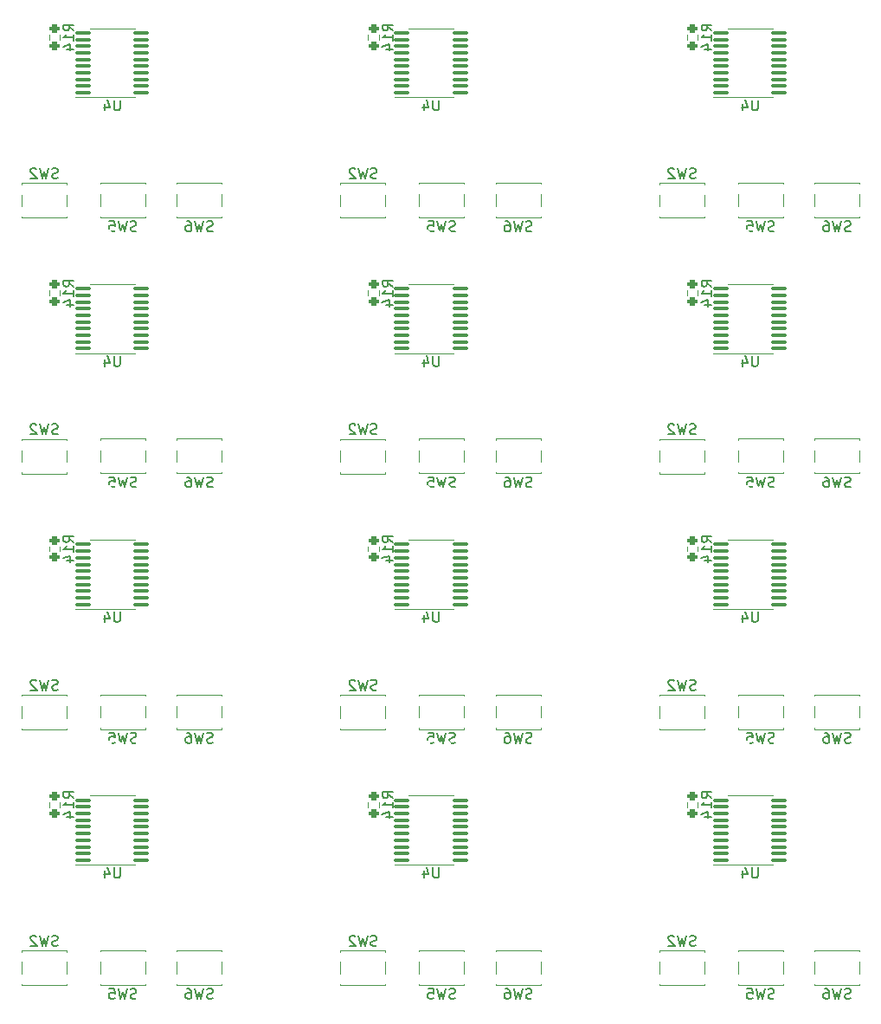
<source format=gbo>
G04 #@! TF.GenerationSoftware,KiCad,Pcbnew,7.0.7*
G04 #@! TF.CreationDate,2024-02-13T21:43:46-05:00*
G04 #@! TF.ProjectId,panelized,70616e65-6c69-47a6-9564-2e6b69636164,rev?*
G04 #@! TF.SameCoordinates,Original*
G04 #@! TF.FileFunction,Legend,Bot*
G04 #@! TF.FilePolarity,Positive*
%FSLAX46Y46*%
G04 Gerber Fmt 4.6, Leading zero omitted, Abs format (unit mm)*
G04 Created by KiCad (PCBNEW 7.0.7) date 2024-02-13 21:43:46*
%MOMM*%
%LPD*%
G01*
G04 APERTURE LIST*
G04 Aperture macros list*
%AMRoundRect*
0 Rectangle with rounded corners*
0 $1 Rounding radius*
0 $2 $3 $4 $5 $6 $7 $8 $9 X,Y pos of 4 corners*
0 Add a 4 corners polygon primitive as box body*
4,1,4,$2,$3,$4,$5,$6,$7,$8,$9,$2,$3,0*
0 Add four circle primitives for the rounded corners*
1,1,$1+$1,$2,$3*
1,1,$1+$1,$4,$5*
1,1,$1+$1,$6,$7*
1,1,$1+$1,$8,$9*
0 Add four rect primitives between the rounded corners*
20,1,$1+$1,$2,$3,$4,$5,0*
20,1,$1+$1,$4,$5,$6,$7,0*
20,1,$1+$1,$6,$7,$8,$9,0*
20,1,$1+$1,$8,$9,$2,$3,0*%
G04 Aperture macros list end*
%ADD10C,0.150000*%
%ADD11C,0.120000*%
%ADD12R,1.050000X0.650000*%
%ADD13RoundRect,0.200000X0.275000X-0.200000X0.275000X0.200000X-0.275000X0.200000X-0.275000X-0.200000X0*%
%ADD14RoundRect,0.100000X-0.637500X-0.100000X0.637500X-0.100000X0.637500X0.100000X-0.637500X0.100000X0*%
%ADD15C,0.500000*%
%ADD16R,1.700000X1.700000*%
%ADD17O,1.700000X1.700000*%
G04 APERTURE END LIST*
D10*
X125827418Y-66607200D02*
X125684561Y-66654819D01*
X125684561Y-66654819D02*
X125446466Y-66654819D01*
X125446466Y-66654819D02*
X125351228Y-66607200D01*
X125351228Y-66607200D02*
X125303609Y-66559580D01*
X125303609Y-66559580D02*
X125255990Y-66464342D01*
X125255990Y-66464342D02*
X125255990Y-66369104D01*
X125255990Y-66369104D02*
X125303609Y-66273866D01*
X125303609Y-66273866D02*
X125351228Y-66226247D01*
X125351228Y-66226247D02*
X125446466Y-66178628D01*
X125446466Y-66178628D02*
X125636942Y-66131009D01*
X125636942Y-66131009D02*
X125732180Y-66083390D01*
X125732180Y-66083390D02*
X125779799Y-66035771D01*
X125779799Y-66035771D02*
X125827418Y-65940533D01*
X125827418Y-65940533D02*
X125827418Y-65845295D01*
X125827418Y-65845295D02*
X125779799Y-65750057D01*
X125779799Y-65750057D02*
X125732180Y-65702438D01*
X125732180Y-65702438D02*
X125636942Y-65654819D01*
X125636942Y-65654819D02*
X125398847Y-65654819D01*
X125398847Y-65654819D02*
X125255990Y-65702438D01*
X124922656Y-65654819D02*
X124684561Y-66654819D01*
X124684561Y-66654819D02*
X124494085Y-65940533D01*
X124494085Y-65940533D02*
X124303609Y-66654819D01*
X124303609Y-66654819D02*
X124065514Y-65654819D01*
X123255990Y-65654819D02*
X123446466Y-65654819D01*
X123446466Y-65654819D02*
X123541704Y-65702438D01*
X123541704Y-65702438D02*
X123589323Y-65750057D01*
X123589323Y-65750057D02*
X123684561Y-65892914D01*
X123684561Y-65892914D02*
X123732180Y-66083390D01*
X123732180Y-66083390D02*
X123732180Y-66464342D01*
X123732180Y-66464342D02*
X123684561Y-66559580D01*
X123684561Y-66559580D02*
X123636942Y-66607200D01*
X123636942Y-66607200D02*
X123541704Y-66654819D01*
X123541704Y-66654819D02*
X123351228Y-66654819D01*
X123351228Y-66654819D02*
X123255990Y-66607200D01*
X123255990Y-66607200D02*
X123208371Y-66559580D01*
X123208371Y-66559580D02*
X123160752Y-66464342D01*
X123160752Y-66464342D02*
X123160752Y-66226247D01*
X123160752Y-66226247D02*
X123208371Y-66131009D01*
X123208371Y-66131009D02*
X123255990Y-66083390D01*
X123255990Y-66083390D02*
X123351228Y-66035771D01*
X123351228Y-66035771D02*
X123541704Y-66035771D01*
X123541704Y-66035771D02*
X123636942Y-66083390D01*
X123636942Y-66083390D02*
X123684561Y-66131009D01*
X123684561Y-66131009D02*
X123732180Y-66226247D01*
X180727418Y-66607200D02*
X180584561Y-66654819D01*
X180584561Y-66654819D02*
X180346466Y-66654819D01*
X180346466Y-66654819D02*
X180251228Y-66607200D01*
X180251228Y-66607200D02*
X180203609Y-66559580D01*
X180203609Y-66559580D02*
X180155990Y-66464342D01*
X180155990Y-66464342D02*
X180155990Y-66369104D01*
X180155990Y-66369104D02*
X180203609Y-66273866D01*
X180203609Y-66273866D02*
X180251228Y-66226247D01*
X180251228Y-66226247D02*
X180346466Y-66178628D01*
X180346466Y-66178628D02*
X180536942Y-66131009D01*
X180536942Y-66131009D02*
X180632180Y-66083390D01*
X180632180Y-66083390D02*
X180679799Y-66035771D01*
X180679799Y-66035771D02*
X180727418Y-65940533D01*
X180727418Y-65940533D02*
X180727418Y-65845295D01*
X180727418Y-65845295D02*
X180679799Y-65750057D01*
X180679799Y-65750057D02*
X180632180Y-65702438D01*
X180632180Y-65702438D02*
X180536942Y-65654819D01*
X180536942Y-65654819D02*
X180298847Y-65654819D01*
X180298847Y-65654819D02*
X180155990Y-65702438D01*
X179822656Y-65654819D02*
X179584561Y-66654819D01*
X179584561Y-66654819D02*
X179394085Y-65940533D01*
X179394085Y-65940533D02*
X179203609Y-66654819D01*
X179203609Y-66654819D02*
X178965514Y-65654819D01*
X178108371Y-65654819D02*
X178584561Y-65654819D01*
X178584561Y-65654819D02*
X178632180Y-66131009D01*
X178632180Y-66131009D02*
X178584561Y-66083390D01*
X178584561Y-66083390D02*
X178489323Y-66035771D01*
X178489323Y-66035771D02*
X178251228Y-66035771D01*
X178251228Y-66035771D02*
X178155990Y-66083390D01*
X178155990Y-66083390D02*
X178108371Y-66131009D01*
X178108371Y-66131009D02*
X178060752Y-66226247D01*
X178060752Y-66226247D02*
X178060752Y-66464342D01*
X178060752Y-66464342D02*
X178108371Y-66559580D01*
X178108371Y-66559580D02*
X178155990Y-66607200D01*
X178155990Y-66607200D02*
X178251228Y-66654819D01*
X178251228Y-66654819D02*
X178489323Y-66654819D01*
X178489323Y-66654819D02*
X178584561Y-66607200D01*
X178584561Y-66607200D02*
X178632180Y-66559580D01*
X112228905Y-97032142D02*
X111752714Y-96698809D01*
X112228905Y-96460714D02*
X111228905Y-96460714D01*
X111228905Y-96460714D02*
X111228905Y-96841666D01*
X111228905Y-96841666D02*
X111276524Y-96936904D01*
X111276524Y-96936904D02*
X111324143Y-96984523D01*
X111324143Y-96984523D02*
X111419381Y-97032142D01*
X111419381Y-97032142D02*
X111562238Y-97032142D01*
X111562238Y-97032142D02*
X111657476Y-96984523D01*
X111657476Y-96984523D02*
X111705095Y-96936904D01*
X111705095Y-96936904D02*
X111752714Y-96841666D01*
X111752714Y-96841666D02*
X111752714Y-96460714D01*
X112228905Y-97984523D02*
X112228905Y-97413095D01*
X112228905Y-97698809D02*
X111228905Y-97698809D01*
X111228905Y-97698809D02*
X111371762Y-97603571D01*
X111371762Y-97603571D02*
X111467000Y-97508333D01*
X111467000Y-97508333D02*
X111514619Y-97413095D01*
X111562238Y-98841666D02*
X112228905Y-98841666D01*
X111181286Y-98603571D02*
X111895571Y-98365476D01*
X111895571Y-98365476D02*
X111895571Y-98984523D01*
X110652418Y-136432200D02*
X110509561Y-136479819D01*
X110509561Y-136479819D02*
X110271466Y-136479819D01*
X110271466Y-136479819D02*
X110176228Y-136432200D01*
X110176228Y-136432200D02*
X110128609Y-136384580D01*
X110128609Y-136384580D02*
X110080990Y-136289342D01*
X110080990Y-136289342D02*
X110080990Y-136194104D01*
X110080990Y-136194104D02*
X110128609Y-136098866D01*
X110128609Y-136098866D02*
X110176228Y-136051247D01*
X110176228Y-136051247D02*
X110271466Y-136003628D01*
X110271466Y-136003628D02*
X110461942Y-135956009D01*
X110461942Y-135956009D02*
X110557180Y-135908390D01*
X110557180Y-135908390D02*
X110604799Y-135860771D01*
X110604799Y-135860771D02*
X110652418Y-135765533D01*
X110652418Y-135765533D02*
X110652418Y-135670295D01*
X110652418Y-135670295D02*
X110604799Y-135575057D01*
X110604799Y-135575057D02*
X110557180Y-135527438D01*
X110557180Y-135527438D02*
X110461942Y-135479819D01*
X110461942Y-135479819D02*
X110223847Y-135479819D01*
X110223847Y-135479819D02*
X110080990Y-135527438D01*
X109747656Y-135479819D02*
X109509561Y-136479819D01*
X109509561Y-136479819D02*
X109319085Y-135765533D01*
X109319085Y-135765533D02*
X109128609Y-136479819D01*
X109128609Y-136479819D02*
X108890514Y-135479819D01*
X108557180Y-135575057D02*
X108509561Y-135527438D01*
X108509561Y-135527438D02*
X108414323Y-135479819D01*
X108414323Y-135479819D02*
X108176228Y-135479819D01*
X108176228Y-135479819D02*
X108080990Y-135527438D01*
X108080990Y-135527438D02*
X108033371Y-135575057D01*
X108033371Y-135575057D02*
X107985752Y-135670295D01*
X107985752Y-135670295D02*
X107985752Y-135765533D01*
X107985752Y-135765533D02*
X108033371Y-135908390D01*
X108033371Y-135908390D02*
X108604799Y-136479819D01*
X108604799Y-136479819D02*
X107985752Y-136479819D01*
X118327418Y-91607200D02*
X118184561Y-91654819D01*
X118184561Y-91654819D02*
X117946466Y-91654819D01*
X117946466Y-91654819D02*
X117851228Y-91607200D01*
X117851228Y-91607200D02*
X117803609Y-91559580D01*
X117803609Y-91559580D02*
X117755990Y-91464342D01*
X117755990Y-91464342D02*
X117755990Y-91369104D01*
X117755990Y-91369104D02*
X117803609Y-91273866D01*
X117803609Y-91273866D02*
X117851228Y-91226247D01*
X117851228Y-91226247D02*
X117946466Y-91178628D01*
X117946466Y-91178628D02*
X118136942Y-91131009D01*
X118136942Y-91131009D02*
X118232180Y-91083390D01*
X118232180Y-91083390D02*
X118279799Y-91035771D01*
X118279799Y-91035771D02*
X118327418Y-90940533D01*
X118327418Y-90940533D02*
X118327418Y-90845295D01*
X118327418Y-90845295D02*
X118279799Y-90750057D01*
X118279799Y-90750057D02*
X118232180Y-90702438D01*
X118232180Y-90702438D02*
X118136942Y-90654819D01*
X118136942Y-90654819D02*
X117898847Y-90654819D01*
X117898847Y-90654819D02*
X117755990Y-90702438D01*
X117422656Y-90654819D02*
X117184561Y-91654819D01*
X117184561Y-91654819D02*
X116994085Y-90940533D01*
X116994085Y-90940533D02*
X116803609Y-91654819D01*
X116803609Y-91654819D02*
X116565514Y-90654819D01*
X115708371Y-90654819D02*
X116184561Y-90654819D01*
X116184561Y-90654819D02*
X116232180Y-91131009D01*
X116232180Y-91131009D02*
X116184561Y-91083390D01*
X116184561Y-91083390D02*
X116089323Y-91035771D01*
X116089323Y-91035771D02*
X115851228Y-91035771D01*
X115851228Y-91035771D02*
X115755990Y-91083390D01*
X115755990Y-91083390D02*
X115708371Y-91131009D01*
X115708371Y-91131009D02*
X115660752Y-91226247D01*
X115660752Y-91226247D02*
X115660752Y-91464342D01*
X115660752Y-91464342D02*
X115708371Y-91559580D01*
X115708371Y-91559580D02*
X115755990Y-91607200D01*
X115755990Y-91607200D02*
X115851228Y-91654819D01*
X115851228Y-91654819D02*
X116089323Y-91654819D01*
X116089323Y-91654819D02*
X116184561Y-91607200D01*
X116184561Y-91607200D02*
X116232180Y-91559580D01*
X116743490Y-53829819D02*
X116743490Y-54639342D01*
X116743490Y-54639342D02*
X116695871Y-54734580D01*
X116695871Y-54734580D02*
X116648252Y-54782200D01*
X116648252Y-54782200D02*
X116553014Y-54829819D01*
X116553014Y-54829819D02*
X116362538Y-54829819D01*
X116362538Y-54829819D02*
X116267300Y-54782200D01*
X116267300Y-54782200D02*
X116219681Y-54734580D01*
X116219681Y-54734580D02*
X116172062Y-54639342D01*
X116172062Y-54639342D02*
X116172062Y-53829819D01*
X115267300Y-54163152D02*
X115267300Y-54829819D01*
X115505395Y-53782200D02*
X115743490Y-54496485D01*
X115743490Y-54496485D02*
X115124443Y-54496485D01*
X110652418Y-61432200D02*
X110509561Y-61479819D01*
X110509561Y-61479819D02*
X110271466Y-61479819D01*
X110271466Y-61479819D02*
X110176228Y-61432200D01*
X110176228Y-61432200D02*
X110128609Y-61384580D01*
X110128609Y-61384580D02*
X110080990Y-61289342D01*
X110080990Y-61289342D02*
X110080990Y-61194104D01*
X110080990Y-61194104D02*
X110128609Y-61098866D01*
X110128609Y-61098866D02*
X110176228Y-61051247D01*
X110176228Y-61051247D02*
X110271466Y-61003628D01*
X110271466Y-61003628D02*
X110461942Y-60956009D01*
X110461942Y-60956009D02*
X110557180Y-60908390D01*
X110557180Y-60908390D02*
X110604799Y-60860771D01*
X110604799Y-60860771D02*
X110652418Y-60765533D01*
X110652418Y-60765533D02*
X110652418Y-60670295D01*
X110652418Y-60670295D02*
X110604799Y-60575057D01*
X110604799Y-60575057D02*
X110557180Y-60527438D01*
X110557180Y-60527438D02*
X110461942Y-60479819D01*
X110461942Y-60479819D02*
X110223847Y-60479819D01*
X110223847Y-60479819D02*
X110080990Y-60527438D01*
X109747656Y-60479819D02*
X109509561Y-61479819D01*
X109509561Y-61479819D02*
X109319085Y-60765533D01*
X109319085Y-60765533D02*
X109128609Y-61479819D01*
X109128609Y-61479819D02*
X108890514Y-60479819D01*
X108557180Y-60575057D02*
X108509561Y-60527438D01*
X108509561Y-60527438D02*
X108414323Y-60479819D01*
X108414323Y-60479819D02*
X108176228Y-60479819D01*
X108176228Y-60479819D02*
X108080990Y-60527438D01*
X108080990Y-60527438D02*
X108033371Y-60575057D01*
X108033371Y-60575057D02*
X107985752Y-60670295D01*
X107985752Y-60670295D02*
X107985752Y-60765533D01*
X107985752Y-60765533D02*
X108033371Y-60908390D01*
X108033371Y-60908390D02*
X108604799Y-61479819D01*
X108604799Y-61479819D02*
X107985752Y-61479819D01*
X147943490Y-53829819D02*
X147943490Y-54639342D01*
X147943490Y-54639342D02*
X147895871Y-54734580D01*
X147895871Y-54734580D02*
X147848252Y-54782200D01*
X147848252Y-54782200D02*
X147753014Y-54829819D01*
X147753014Y-54829819D02*
X147562538Y-54829819D01*
X147562538Y-54829819D02*
X147467300Y-54782200D01*
X147467300Y-54782200D02*
X147419681Y-54734580D01*
X147419681Y-54734580D02*
X147372062Y-54639342D01*
X147372062Y-54639342D02*
X147372062Y-53829819D01*
X146467300Y-54163152D02*
X146467300Y-54829819D01*
X146705395Y-53782200D02*
X146943490Y-54496485D01*
X146943490Y-54496485D02*
X146324443Y-54496485D01*
X112228905Y-72032142D02*
X111752714Y-71698809D01*
X112228905Y-71460714D02*
X111228905Y-71460714D01*
X111228905Y-71460714D02*
X111228905Y-71841666D01*
X111228905Y-71841666D02*
X111276524Y-71936904D01*
X111276524Y-71936904D02*
X111324143Y-71984523D01*
X111324143Y-71984523D02*
X111419381Y-72032142D01*
X111419381Y-72032142D02*
X111562238Y-72032142D01*
X111562238Y-72032142D02*
X111657476Y-71984523D01*
X111657476Y-71984523D02*
X111705095Y-71936904D01*
X111705095Y-71936904D02*
X111752714Y-71841666D01*
X111752714Y-71841666D02*
X111752714Y-71460714D01*
X112228905Y-72984523D02*
X112228905Y-72413095D01*
X112228905Y-72698809D02*
X111228905Y-72698809D01*
X111228905Y-72698809D02*
X111371762Y-72603571D01*
X111371762Y-72603571D02*
X111467000Y-72508333D01*
X111467000Y-72508333D02*
X111514619Y-72413095D01*
X111562238Y-73841666D02*
X112228905Y-73841666D01*
X111181286Y-73603571D02*
X111895571Y-73365476D01*
X111895571Y-73365476D02*
X111895571Y-73984523D01*
X147943490Y-128829819D02*
X147943490Y-129639342D01*
X147943490Y-129639342D02*
X147895871Y-129734580D01*
X147895871Y-129734580D02*
X147848252Y-129782200D01*
X147848252Y-129782200D02*
X147753014Y-129829819D01*
X147753014Y-129829819D02*
X147562538Y-129829819D01*
X147562538Y-129829819D02*
X147467300Y-129782200D01*
X147467300Y-129782200D02*
X147419681Y-129734580D01*
X147419681Y-129734580D02*
X147372062Y-129639342D01*
X147372062Y-129639342D02*
X147372062Y-128829819D01*
X146467300Y-129163152D02*
X146467300Y-129829819D01*
X146705395Y-128782200D02*
X146943490Y-129496485D01*
X146943490Y-129496485D02*
X146324443Y-129496485D01*
X157027418Y-116607200D02*
X156884561Y-116654819D01*
X156884561Y-116654819D02*
X156646466Y-116654819D01*
X156646466Y-116654819D02*
X156551228Y-116607200D01*
X156551228Y-116607200D02*
X156503609Y-116559580D01*
X156503609Y-116559580D02*
X156455990Y-116464342D01*
X156455990Y-116464342D02*
X156455990Y-116369104D01*
X156455990Y-116369104D02*
X156503609Y-116273866D01*
X156503609Y-116273866D02*
X156551228Y-116226247D01*
X156551228Y-116226247D02*
X156646466Y-116178628D01*
X156646466Y-116178628D02*
X156836942Y-116131009D01*
X156836942Y-116131009D02*
X156932180Y-116083390D01*
X156932180Y-116083390D02*
X156979799Y-116035771D01*
X156979799Y-116035771D02*
X157027418Y-115940533D01*
X157027418Y-115940533D02*
X157027418Y-115845295D01*
X157027418Y-115845295D02*
X156979799Y-115750057D01*
X156979799Y-115750057D02*
X156932180Y-115702438D01*
X156932180Y-115702438D02*
X156836942Y-115654819D01*
X156836942Y-115654819D02*
X156598847Y-115654819D01*
X156598847Y-115654819D02*
X156455990Y-115702438D01*
X156122656Y-115654819D02*
X155884561Y-116654819D01*
X155884561Y-116654819D02*
X155694085Y-115940533D01*
X155694085Y-115940533D02*
X155503609Y-116654819D01*
X155503609Y-116654819D02*
X155265514Y-115654819D01*
X154455990Y-115654819D02*
X154646466Y-115654819D01*
X154646466Y-115654819D02*
X154741704Y-115702438D01*
X154741704Y-115702438D02*
X154789323Y-115750057D01*
X154789323Y-115750057D02*
X154884561Y-115892914D01*
X154884561Y-115892914D02*
X154932180Y-116083390D01*
X154932180Y-116083390D02*
X154932180Y-116464342D01*
X154932180Y-116464342D02*
X154884561Y-116559580D01*
X154884561Y-116559580D02*
X154836942Y-116607200D01*
X154836942Y-116607200D02*
X154741704Y-116654819D01*
X154741704Y-116654819D02*
X154551228Y-116654819D01*
X154551228Y-116654819D02*
X154455990Y-116607200D01*
X154455990Y-116607200D02*
X154408371Y-116559580D01*
X154408371Y-116559580D02*
X154360752Y-116464342D01*
X154360752Y-116464342D02*
X154360752Y-116226247D01*
X154360752Y-116226247D02*
X154408371Y-116131009D01*
X154408371Y-116131009D02*
X154455990Y-116083390D01*
X154455990Y-116083390D02*
X154551228Y-116035771D01*
X154551228Y-116035771D02*
X154741704Y-116035771D01*
X154741704Y-116035771D02*
X154836942Y-116083390D01*
X154836942Y-116083390D02*
X154884561Y-116131009D01*
X154884561Y-116131009D02*
X154932180Y-116226247D01*
X141852418Y-86432200D02*
X141709561Y-86479819D01*
X141709561Y-86479819D02*
X141471466Y-86479819D01*
X141471466Y-86479819D02*
X141376228Y-86432200D01*
X141376228Y-86432200D02*
X141328609Y-86384580D01*
X141328609Y-86384580D02*
X141280990Y-86289342D01*
X141280990Y-86289342D02*
X141280990Y-86194104D01*
X141280990Y-86194104D02*
X141328609Y-86098866D01*
X141328609Y-86098866D02*
X141376228Y-86051247D01*
X141376228Y-86051247D02*
X141471466Y-86003628D01*
X141471466Y-86003628D02*
X141661942Y-85956009D01*
X141661942Y-85956009D02*
X141757180Y-85908390D01*
X141757180Y-85908390D02*
X141804799Y-85860771D01*
X141804799Y-85860771D02*
X141852418Y-85765533D01*
X141852418Y-85765533D02*
X141852418Y-85670295D01*
X141852418Y-85670295D02*
X141804799Y-85575057D01*
X141804799Y-85575057D02*
X141757180Y-85527438D01*
X141757180Y-85527438D02*
X141661942Y-85479819D01*
X141661942Y-85479819D02*
X141423847Y-85479819D01*
X141423847Y-85479819D02*
X141280990Y-85527438D01*
X140947656Y-85479819D02*
X140709561Y-86479819D01*
X140709561Y-86479819D02*
X140519085Y-85765533D01*
X140519085Y-85765533D02*
X140328609Y-86479819D01*
X140328609Y-86479819D02*
X140090514Y-85479819D01*
X139757180Y-85575057D02*
X139709561Y-85527438D01*
X139709561Y-85527438D02*
X139614323Y-85479819D01*
X139614323Y-85479819D02*
X139376228Y-85479819D01*
X139376228Y-85479819D02*
X139280990Y-85527438D01*
X139280990Y-85527438D02*
X139233371Y-85575057D01*
X139233371Y-85575057D02*
X139185752Y-85670295D01*
X139185752Y-85670295D02*
X139185752Y-85765533D01*
X139185752Y-85765533D02*
X139233371Y-85908390D01*
X139233371Y-85908390D02*
X139804799Y-86479819D01*
X139804799Y-86479819D02*
X139185752Y-86479819D01*
X116743490Y-103829819D02*
X116743490Y-104639342D01*
X116743490Y-104639342D02*
X116695871Y-104734580D01*
X116695871Y-104734580D02*
X116648252Y-104782200D01*
X116648252Y-104782200D02*
X116553014Y-104829819D01*
X116553014Y-104829819D02*
X116362538Y-104829819D01*
X116362538Y-104829819D02*
X116267300Y-104782200D01*
X116267300Y-104782200D02*
X116219681Y-104734580D01*
X116219681Y-104734580D02*
X116172062Y-104639342D01*
X116172062Y-104639342D02*
X116172062Y-103829819D01*
X115267300Y-104163152D02*
X115267300Y-104829819D01*
X115505395Y-103782200D02*
X115743490Y-104496485D01*
X115743490Y-104496485D02*
X115124443Y-104496485D01*
X188227418Y-116607200D02*
X188084561Y-116654819D01*
X188084561Y-116654819D02*
X187846466Y-116654819D01*
X187846466Y-116654819D02*
X187751228Y-116607200D01*
X187751228Y-116607200D02*
X187703609Y-116559580D01*
X187703609Y-116559580D02*
X187655990Y-116464342D01*
X187655990Y-116464342D02*
X187655990Y-116369104D01*
X187655990Y-116369104D02*
X187703609Y-116273866D01*
X187703609Y-116273866D02*
X187751228Y-116226247D01*
X187751228Y-116226247D02*
X187846466Y-116178628D01*
X187846466Y-116178628D02*
X188036942Y-116131009D01*
X188036942Y-116131009D02*
X188132180Y-116083390D01*
X188132180Y-116083390D02*
X188179799Y-116035771D01*
X188179799Y-116035771D02*
X188227418Y-115940533D01*
X188227418Y-115940533D02*
X188227418Y-115845295D01*
X188227418Y-115845295D02*
X188179799Y-115750057D01*
X188179799Y-115750057D02*
X188132180Y-115702438D01*
X188132180Y-115702438D02*
X188036942Y-115654819D01*
X188036942Y-115654819D02*
X187798847Y-115654819D01*
X187798847Y-115654819D02*
X187655990Y-115702438D01*
X187322656Y-115654819D02*
X187084561Y-116654819D01*
X187084561Y-116654819D02*
X186894085Y-115940533D01*
X186894085Y-115940533D02*
X186703609Y-116654819D01*
X186703609Y-116654819D02*
X186465514Y-115654819D01*
X185655990Y-115654819D02*
X185846466Y-115654819D01*
X185846466Y-115654819D02*
X185941704Y-115702438D01*
X185941704Y-115702438D02*
X185989323Y-115750057D01*
X185989323Y-115750057D02*
X186084561Y-115892914D01*
X186084561Y-115892914D02*
X186132180Y-116083390D01*
X186132180Y-116083390D02*
X186132180Y-116464342D01*
X186132180Y-116464342D02*
X186084561Y-116559580D01*
X186084561Y-116559580D02*
X186036942Y-116607200D01*
X186036942Y-116607200D02*
X185941704Y-116654819D01*
X185941704Y-116654819D02*
X185751228Y-116654819D01*
X185751228Y-116654819D02*
X185655990Y-116607200D01*
X185655990Y-116607200D02*
X185608371Y-116559580D01*
X185608371Y-116559580D02*
X185560752Y-116464342D01*
X185560752Y-116464342D02*
X185560752Y-116226247D01*
X185560752Y-116226247D02*
X185608371Y-116131009D01*
X185608371Y-116131009D02*
X185655990Y-116083390D01*
X185655990Y-116083390D02*
X185751228Y-116035771D01*
X185751228Y-116035771D02*
X185941704Y-116035771D01*
X185941704Y-116035771D02*
X186036942Y-116083390D01*
X186036942Y-116083390D02*
X186084561Y-116131009D01*
X186084561Y-116131009D02*
X186132180Y-116226247D01*
X125827418Y-91607200D02*
X125684561Y-91654819D01*
X125684561Y-91654819D02*
X125446466Y-91654819D01*
X125446466Y-91654819D02*
X125351228Y-91607200D01*
X125351228Y-91607200D02*
X125303609Y-91559580D01*
X125303609Y-91559580D02*
X125255990Y-91464342D01*
X125255990Y-91464342D02*
X125255990Y-91369104D01*
X125255990Y-91369104D02*
X125303609Y-91273866D01*
X125303609Y-91273866D02*
X125351228Y-91226247D01*
X125351228Y-91226247D02*
X125446466Y-91178628D01*
X125446466Y-91178628D02*
X125636942Y-91131009D01*
X125636942Y-91131009D02*
X125732180Y-91083390D01*
X125732180Y-91083390D02*
X125779799Y-91035771D01*
X125779799Y-91035771D02*
X125827418Y-90940533D01*
X125827418Y-90940533D02*
X125827418Y-90845295D01*
X125827418Y-90845295D02*
X125779799Y-90750057D01*
X125779799Y-90750057D02*
X125732180Y-90702438D01*
X125732180Y-90702438D02*
X125636942Y-90654819D01*
X125636942Y-90654819D02*
X125398847Y-90654819D01*
X125398847Y-90654819D02*
X125255990Y-90702438D01*
X124922656Y-90654819D02*
X124684561Y-91654819D01*
X124684561Y-91654819D02*
X124494085Y-90940533D01*
X124494085Y-90940533D02*
X124303609Y-91654819D01*
X124303609Y-91654819D02*
X124065514Y-90654819D01*
X123255990Y-90654819D02*
X123446466Y-90654819D01*
X123446466Y-90654819D02*
X123541704Y-90702438D01*
X123541704Y-90702438D02*
X123589323Y-90750057D01*
X123589323Y-90750057D02*
X123684561Y-90892914D01*
X123684561Y-90892914D02*
X123732180Y-91083390D01*
X123732180Y-91083390D02*
X123732180Y-91464342D01*
X123732180Y-91464342D02*
X123684561Y-91559580D01*
X123684561Y-91559580D02*
X123636942Y-91607200D01*
X123636942Y-91607200D02*
X123541704Y-91654819D01*
X123541704Y-91654819D02*
X123351228Y-91654819D01*
X123351228Y-91654819D02*
X123255990Y-91607200D01*
X123255990Y-91607200D02*
X123208371Y-91559580D01*
X123208371Y-91559580D02*
X123160752Y-91464342D01*
X123160752Y-91464342D02*
X123160752Y-91226247D01*
X123160752Y-91226247D02*
X123208371Y-91131009D01*
X123208371Y-91131009D02*
X123255990Y-91083390D01*
X123255990Y-91083390D02*
X123351228Y-91035771D01*
X123351228Y-91035771D02*
X123541704Y-91035771D01*
X123541704Y-91035771D02*
X123636942Y-91083390D01*
X123636942Y-91083390D02*
X123684561Y-91131009D01*
X123684561Y-91131009D02*
X123732180Y-91226247D01*
X179143490Y-103829819D02*
X179143490Y-104639342D01*
X179143490Y-104639342D02*
X179095871Y-104734580D01*
X179095871Y-104734580D02*
X179048252Y-104782200D01*
X179048252Y-104782200D02*
X178953014Y-104829819D01*
X178953014Y-104829819D02*
X178762538Y-104829819D01*
X178762538Y-104829819D02*
X178667300Y-104782200D01*
X178667300Y-104782200D02*
X178619681Y-104734580D01*
X178619681Y-104734580D02*
X178572062Y-104639342D01*
X178572062Y-104639342D02*
X178572062Y-103829819D01*
X177667300Y-104163152D02*
X177667300Y-104829819D01*
X177905395Y-103782200D02*
X178143490Y-104496485D01*
X178143490Y-104496485D02*
X177524443Y-104496485D01*
X179143490Y-53829819D02*
X179143490Y-54639342D01*
X179143490Y-54639342D02*
X179095871Y-54734580D01*
X179095871Y-54734580D02*
X179048252Y-54782200D01*
X179048252Y-54782200D02*
X178953014Y-54829819D01*
X178953014Y-54829819D02*
X178762538Y-54829819D01*
X178762538Y-54829819D02*
X178667300Y-54782200D01*
X178667300Y-54782200D02*
X178619681Y-54734580D01*
X178619681Y-54734580D02*
X178572062Y-54639342D01*
X178572062Y-54639342D02*
X178572062Y-53829819D01*
X177667300Y-54163152D02*
X177667300Y-54829819D01*
X177905395Y-53782200D02*
X178143490Y-54496485D01*
X178143490Y-54496485D02*
X177524443Y-54496485D01*
X173052418Y-111432200D02*
X172909561Y-111479819D01*
X172909561Y-111479819D02*
X172671466Y-111479819D01*
X172671466Y-111479819D02*
X172576228Y-111432200D01*
X172576228Y-111432200D02*
X172528609Y-111384580D01*
X172528609Y-111384580D02*
X172480990Y-111289342D01*
X172480990Y-111289342D02*
X172480990Y-111194104D01*
X172480990Y-111194104D02*
X172528609Y-111098866D01*
X172528609Y-111098866D02*
X172576228Y-111051247D01*
X172576228Y-111051247D02*
X172671466Y-111003628D01*
X172671466Y-111003628D02*
X172861942Y-110956009D01*
X172861942Y-110956009D02*
X172957180Y-110908390D01*
X172957180Y-110908390D02*
X173004799Y-110860771D01*
X173004799Y-110860771D02*
X173052418Y-110765533D01*
X173052418Y-110765533D02*
X173052418Y-110670295D01*
X173052418Y-110670295D02*
X173004799Y-110575057D01*
X173004799Y-110575057D02*
X172957180Y-110527438D01*
X172957180Y-110527438D02*
X172861942Y-110479819D01*
X172861942Y-110479819D02*
X172623847Y-110479819D01*
X172623847Y-110479819D02*
X172480990Y-110527438D01*
X172147656Y-110479819D02*
X171909561Y-111479819D01*
X171909561Y-111479819D02*
X171719085Y-110765533D01*
X171719085Y-110765533D02*
X171528609Y-111479819D01*
X171528609Y-111479819D02*
X171290514Y-110479819D01*
X170957180Y-110575057D02*
X170909561Y-110527438D01*
X170909561Y-110527438D02*
X170814323Y-110479819D01*
X170814323Y-110479819D02*
X170576228Y-110479819D01*
X170576228Y-110479819D02*
X170480990Y-110527438D01*
X170480990Y-110527438D02*
X170433371Y-110575057D01*
X170433371Y-110575057D02*
X170385752Y-110670295D01*
X170385752Y-110670295D02*
X170385752Y-110765533D01*
X170385752Y-110765533D02*
X170433371Y-110908390D01*
X170433371Y-110908390D02*
X171004799Y-111479819D01*
X171004799Y-111479819D02*
X170385752Y-111479819D01*
X157027418Y-91607200D02*
X156884561Y-91654819D01*
X156884561Y-91654819D02*
X156646466Y-91654819D01*
X156646466Y-91654819D02*
X156551228Y-91607200D01*
X156551228Y-91607200D02*
X156503609Y-91559580D01*
X156503609Y-91559580D02*
X156455990Y-91464342D01*
X156455990Y-91464342D02*
X156455990Y-91369104D01*
X156455990Y-91369104D02*
X156503609Y-91273866D01*
X156503609Y-91273866D02*
X156551228Y-91226247D01*
X156551228Y-91226247D02*
X156646466Y-91178628D01*
X156646466Y-91178628D02*
X156836942Y-91131009D01*
X156836942Y-91131009D02*
X156932180Y-91083390D01*
X156932180Y-91083390D02*
X156979799Y-91035771D01*
X156979799Y-91035771D02*
X157027418Y-90940533D01*
X157027418Y-90940533D02*
X157027418Y-90845295D01*
X157027418Y-90845295D02*
X156979799Y-90750057D01*
X156979799Y-90750057D02*
X156932180Y-90702438D01*
X156932180Y-90702438D02*
X156836942Y-90654819D01*
X156836942Y-90654819D02*
X156598847Y-90654819D01*
X156598847Y-90654819D02*
X156455990Y-90702438D01*
X156122656Y-90654819D02*
X155884561Y-91654819D01*
X155884561Y-91654819D02*
X155694085Y-90940533D01*
X155694085Y-90940533D02*
X155503609Y-91654819D01*
X155503609Y-91654819D02*
X155265514Y-90654819D01*
X154455990Y-90654819D02*
X154646466Y-90654819D01*
X154646466Y-90654819D02*
X154741704Y-90702438D01*
X154741704Y-90702438D02*
X154789323Y-90750057D01*
X154789323Y-90750057D02*
X154884561Y-90892914D01*
X154884561Y-90892914D02*
X154932180Y-91083390D01*
X154932180Y-91083390D02*
X154932180Y-91464342D01*
X154932180Y-91464342D02*
X154884561Y-91559580D01*
X154884561Y-91559580D02*
X154836942Y-91607200D01*
X154836942Y-91607200D02*
X154741704Y-91654819D01*
X154741704Y-91654819D02*
X154551228Y-91654819D01*
X154551228Y-91654819D02*
X154455990Y-91607200D01*
X154455990Y-91607200D02*
X154408371Y-91559580D01*
X154408371Y-91559580D02*
X154360752Y-91464342D01*
X154360752Y-91464342D02*
X154360752Y-91226247D01*
X154360752Y-91226247D02*
X154408371Y-91131009D01*
X154408371Y-91131009D02*
X154455990Y-91083390D01*
X154455990Y-91083390D02*
X154551228Y-91035771D01*
X154551228Y-91035771D02*
X154741704Y-91035771D01*
X154741704Y-91035771D02*
X154836942Y-91083390D01*
X154836942Y-91083390D02*
X154884561Y-91131009D01*
X154884561Y-91131009D02*
X154932180Y-91226247D01*
X174628905Y-72032142D02*
X174152714Y-71698809D01*
X174628905Y-71460714D02*
X173628905Y-71460714D01*
X173628905Y-71460714D02*
X173628905Y-71841666D01*
X173628905Y-71841666D02*
X173676524Y-71936904D01*
X173676524Y-71936904D02*
X173724143Y-71984523D01*
X173724143Y-71984523D02*
X173819381Y-72032142D01*
X173819381Y-72032142D02*
X173962238Y-72032142D01*
X173962238Y-72032142D02*
X174057476Y-71984523D01*
X174057476Y-71984523D02*
X174105095Y-71936904D01*
X174105095Y-71936904D02*
X174152714Y-71841666D01*
X174152714Y-71841666D02*
X174152714Y-71460714D01*
X174628905Y-72984523D02*
X174628905Y-72413095D01*
X174628905Y-72698809D02*
X173628905Y-72698809D01*
X173628905Y-72698809D02*
X173771762Y-72603571D01*
X173771762Y-72603571D02*
X173867000Y-72508333D01*
X173867000Y-72508333D02*
X173914619Y-72413095D01*
X173962238Y-73841666D02*
X174628905Y-73841666D01*
X173581286Y-73603571D02*
X174295571Y-73365476D01*
X174295571Y-73365476D02*
X174295571Y-73984523D01*
X149527418Y-116607200D02*
X149384561Y-116654819D01*
X149384561Y-116654819D02*
X149146466Y-116654819D01*
X149146466Y-116654819D02*
X149051228Y-116607200D01*
X149051228Y-116607200D02*
X149003609Y-116559580D01*
X149003609Y-116559580D02*
X148955990Y-116464342D01*
X148955990Y-116464342D02*
X148955990Y-116369104D01*
X148955990Y-116369104D02*
X149003609Y-116273866D01*
X149003609Y-116273866D02*
X149051228Y-116226247D01*
X149051228Y-116226247D02*
X149146466Y-116178628D01*
X149146466Y-116178628D02*
X149336942Y-116131009D01*
X149336942Y-116131009D02*
X149432180Y-116083390D01*
X149432180Y-116083390D02*
X149479799Y-116035771D01*
X149479799Y-116035771D02*
X149527418Y-115940533D01*
X149527418Y-115940533D02*
X149527418Y-115845295D01*
X149527418Y-115845295D02*
X149479799Y-115750057D01*
X149479799Y-115750057D02*
X149432180Y-115702438D01*
X149432180Y-115702438D02*
X149336942Y-115654819D01*
X149336942Y-115654819D02*
X149098847Y-115654819D01*
X149098847Y-115654819D02*
X148955990Y-115702438D01*
X148622656Y-115654819D02*
X148384561Y-116654819D01*
X148384561Y-116654819D02*
X148194085Y-115940533D01*
X148194085Y-115940533D02*
X148003609Y-116654819D01*
X148003609Y-116654819D02*
X147765514Y-115654819D01*
X146908371Y-115654819D02*
X147384561Y-115654819D01*
X147384561Y-115654819D02*
X147432180Y-116131009D01*
X147432180Y-116131009D02*
X147384561Y-116083390D01*
X147384561Y-116083390D02*
X147289323Y-116035771D01*
X147289323Y-116035771D02*
X147051228Y-116035771D01*
X147051228Y-116035771D02*
X146955990Y-116083390D01*
X146955990Y-116083390D02*
X146908371Y-116131009D01*
X146908371Y-116131009D02*
X146860752Y-116226247D01*
X146860752Y-116226247D02*
X146860752Y-116464342D01*
X146860752Y-116464342D02*
X146908371Y-116559580D01*
X146908371Y-116559580D02*
X146955990Y-116607200D01*
X146955990Y-116607200D02*
X147051228Y-116654819D01*
X147051228Y-116654819D02*
X147289323Y-116654819D01*
X147289323Y-116654819D02*
X147384561Y-116607200D01*
X147384561Y-116607200D02*
X147432180Y-116559580D01*
X125827418Y-116607200D02*
X125684561Y-116654819D01*
X125684561Y-116654819D02*
X125446466Y-116654819D01*
X125446466Y-116654819D02*
X125351228Y-116607200D01*
X125351228Y-116607200D02*
X125303609Y-116559580D01*
X125303609Y-116559580D02*
X125255990Y-116464342D01*
X125255990Y-116464342D02*
X125255990Y-116369104D01*
X125255990Y-116369104D02*
X125303609Y-116273866D01*
X125303609Y-116273866D02*
X125351228Y-116226247D01*
X125351228Y-116226247D02*
X125446466Y-116178628D01*
X125446466Y-116178628D02*
X125636942Y-116131009D01*
X125636942Y-116131009D02*
X125732180Y-116083390D01*
X125732180Y-116083390D02*
X125779799Y-116035771D01*
X125779799Y-116035771D02*
X125827418Y-115940533D01*
X125827418Y-115940533D02*
X125827418Y-115845295D01*
X125827418Y-115845295D02*
X125779799Y-115750057D01*
X125779799Y-115750057D02*
X125732180Y-115702438D01*
X125732180Y-115702438D02*
X125636942Y-115654819D01*
X125636942Y-115654819D02*
X125398847Y-115654819D01*
X125398847Y-115654819D02*
X125255990Y-115702438D01*
X124922656Y-115654819D02*
X124684561Y-116654819D01*
X124684561Y-116654819D02*
X124494085Y-115940533D01*
X124494085Y-115940533D02*
X124303609Y-116654819D01*
X124303609Y-116654819D02*
X124065514Y-115654819D01*
X123255990Y-115654819D02*
X123446466Y-115654819D01*
X123446466Y-115654819D02*
X123541704Y-115702438D01*
X123541704Y-115702438D02*
X123589323Y-115750057D01*
X123589323Y-115750057D02*
X123684561Y-115892914D01*
X123684561Y-115892914D02*
X123732180Y-116083390D01*
X123732180Y-116083390D02*
X123732180Y-116464342D01*
X123732180Y-116464342D02*
X123684561Y-116559580D01*
X123684561Y-116559580D02*
X123636942Y-116607200D01*
X123636942Y-116607200D02*
X123541704Y-116654819D01*
X123541704Y-116654819D02*
X123351228Y-116654819D01*
X123351228Y-116654819D02*
X123255990Y-116607200D01*
X123255990Y-116607200D02*
X123208371Y-116559580D01*
X123208371Y-116559580D02*
X123160752Y-116464342D01*
X123160752Y-116464342D02*
X123160752Y-116226247D01*
X123160752Y-116226247D02*
X123208371Y-116131009D01*
X123208371Y-116131009D02*
X123255990Y-116083390D01*
X123255990Y-116083390D02*
X123351228Y-116035771D01*
X123351228Y-116035771D02*
X123541704Y-116035771D01*
X123541704Y-116035771D02*
X123636942Y-116083390D01*
X123636942Y-116083390D02*
X123684561Y-116131009D01*
X123684561Y-116131009D02*
X123732180Y-116226247D01*
X110652418Y-86432200D02*
X110509561Y-86479819D01*
X110509561Y-86479819D02*
X110271466Y-86479819D01*
X110271466Y-86479819D02*
X110176228Y-86432200D01*
X110176228Y-86432200D02*
X110128609Y-86384580D01*
X110128609Y-86384580D02*
X110080990Y-86289342D01*
X110080990Y-86289342D02*
X110080990Y-86194104D01*
X110080990Y-86194104D02*
X110128609Y-86098866D01*
X110128609Y-86098866D02*
X110176228Y-86051247D01*
X110176228Y-86051247D02*
X110271466Y-86003628D01*
X110271466Y-86003628D02*
X110461942Y-85956009D01*
X110461942Y-85956009D02*
X110557180Y-85908390D01*
X110557180Y-85908390D02*
X110604799Y-85860771D01*
X110604799Y-85860771D02*
X110652418Y-85765533D01*
X110652418Y-85765533D02*
X110652418Y-85670295D01*
X110652418Y-85670295D02*
X110604799Y-85575057D01*
X110604799Y-85575057D02*
X110557180Y-85527438D01*
X110557180Y-85527438D02*
X110461942Y-85479819D01*
X110461942Y-85479819D02*
X110223847Y-85479819D01*
X110223847Y-85479819D02*
X110080990Y-85527438D01*
X109747656Y-85479819D02*
X109509561Y-86479819D01*
X109509561Y-86479819D02*
X109319085Y-85765533D01*
X109319085Y-85765533D02*
X109128609Y-86479819D01*
X109128609Y-86479819D02*
X108890514Y-85479819D01*
X108557180Y-85575057D02*
X108509561Y-85527438D01*
X108509561Y-85527438D02*
X108414323Y-85479819D01*
X108414323Y-85479819D02*
X108176228Y-85479819D01*
X108176228Y-85479819D02*
X108080990Y-85527438D01*
X108080990Y-85527438D02*
X108033371Y-85575057D01*
X108033371Y-85575057D02*
X107985752Y-85670295D01*
X107985752Y-85670295D02*
X107985752Y-85765533D01*
X107985752Y-85765533D02*
X108033371Y-85908390D01*
X108033371Y-85908390D02*
X108604799Y-86479819D01*
X108604799Y-86479819D02*
X107985752Y-86479819D01*
X149527418Y-141607200D02*
X149384561Y-141654819D01*
X149384561Y-141654819D02*
X149146466Y-141654819D01*
X149146466Y-141654819D02*
X149051228Y-141607200D01*
X149051228Y-141607200D02*
X149003609Y-141559580D01*
X149003609Y-141559580D02*
X148955990Y-141464342D01*
X148955990Y-141464342D02*
X148955990Y-141369104D01*
X148955990Y-141369104D02*
X149003609Y-141273866D01*
X149003609Y-141273866D02*
X149051228Y-141226247D01*
X149051228Y-141226247D02*
X149146466Y-141178628D01*
X149146466Y-141178628D02*
X149336942Y-141131009D01*
X149336942Y-141131009D02*
X149432180Y-141083390D01*
X149432180Y-141083390D02*
X149479799Y-141035771D01*
X149479799Y-141035771D02*
X149527418Y-140940533D01*
X149527418Y-140940533D02*
X149527418Y-140845295D01*
X149527418Y-140845295D02*
X149479799Y-140750057D01*
X149479799Y-140750057D02*
X149432180Y-140702438D01*
X149432180Y-140702438D02*
X149336942Y-140654819D01*
X149336942Y-140654819D02*
X149098847Y-140654819D01*
X149098847Y-140654819D02*
X148955990Y-140702438D01*
X148622656Y-140654819D02*
X148384561Y-141654819D01*
X148384561Y-141654819D02*
X148194085Y-140940533D01*
X148194085Y-140940533D02*
X148003609Y-141654819D01*
X148003609Y-141654819D02*
X147765514Y-140654819D01*
X146908371Y-140654819D02*
X147384561Y-140654819D01*
X147384561Y-140654819D02*
X147432180Y-141131009D01*
X147432180Y-141131009D02*
X147384561Y-141083390D01*
X147384561Y-141083390D02*
X147289323Y-141035771D01*
X147289323Y-141035771D02*
X147051228Y-141035771D01*
X147051228Y-141035771D02*
X146955990Y-141083390D01*
X146955990Y-141083390D02*
X146908371Y-141131009D01*
X146908371Y-141131009D02*
X146860752Y-141226247D01*
X146860752Y-141226247D02*
X146860752Y-141464342D01*
X146860752Y-141464342D02*
X146908371Y-141559580D01*
X146908371Y-141559580D02*
X146955990Y-141607200D01*
X146955990Y-141607200D02*
X147051228Y-141654819D01*
X147051228Y-141654819D02*
X147289323Y-141654819D01*
X147289323Y-141654819D02*
X147384561Y-141607200D01*
X147384561Y-141607200D02*
X147432180Y-141559580D01*
X157027418Y-141607200D02*
X156884561Y-141654819D01*
X156884561Y-141654819D02*
X156646466Y-141654819D01*
X156646466Y-141654819D02*
X156551228Y-141607200D01*
X156551228Y-141607200D02*
X156503609Y-141559580D01*
X156503609Y-141559580D02*
X156455990Y-141464342D01*
X156455990Y-141464342D02*
X156455990Y-141369104D01*
X156455990Y-141369104D02*
X156503609Y-141273866D01*
X156503609Y-141273866D02*
X156551228Y-141226247D01*
X156551228Y-141226247D02*
X156646466Y-141178628D01*
X156646466Y-141178628D02*
X156836942Y-141131009D01*
X156836942Y-141131009D02*
X156932180Y-141083390D01*
X156932180Y-141083390D02*
X156979799Y-141035771D01*
X156979799Y-141035771D02*
X157027418Y-140940533D01*
X157027418Y-140940533D02*
X157027418Y-140845295D01*
X157027418Y-140845295D02*
X156979799Y-140750057D01*
X156979799Y-140750057D02*
X156932180Y-140702438D01*
X156932180Y-140702438D02*
X156836942Y-140654819D01*
X156836942Y-140654819D02*
X156598847Y-140654819D01*
X156598847Y-140654819D02*
X156455990Y-140702438D01*
X156122656Y-140654819D02*
X155884561Y-141654819D01*
X155884561Y-141654819D02*
X155694085Y-140940533D01*
X155694085Y-140940533D02*
X155503609Y-141654819D01*
X155503609Y-141654819D02*
X155265514Y-140654819D01*
X154455990Y-140654819D02*
X154646466Y-140654819D01*
X154646466Y-140654819D02*
X154741704Y-140702438D01*
X154741704Y-140702438D02*
X154789323Y-140750057D01*
X154789323Y-140750057D02*
X154884561Y-140892914D01*
X154884561Y-140892914D02*
X154932180Y-141083390D01*
X154932180Y-141083390D02*
X154932180Y-141464342D01*
X154932180Y-141464342D02*
X154884561Y-141559580D01*
X154884561Y-141559580D02*
X154836942Y-141607200D01*
X154836942Y-141607200D02*
X154741704Y-141654819D01*
X154741704Y-141654819D02*
X154551228Y-141654819D01*
X154551228Y-141654819D02*
X154455990Y-141607200D01*
X154455990Y-141607200D02*
X154408371Y-141559580D01*
X154408371Y-141559580D02*
X154360752Y-141464342D01*
X154360752Y-141464342D02*
X154360752Y-141226247D01*
X154360752Y-141226247D02*
X154408371Y-141131009D01*
X154408371Y-141131009D02*
X154455990Y-141083390D01*
X154455990Y-141083390D02*
X154551228Y-141035771D01*
X154551228Y-141035771D02*
X154741704Y-141035771D01*
X154741704Y-141035771D02*
X154836942Y-141083390D01*
X154836942Y-141083390D02*
X154884561Y-141131009D01*
X154884561Y-141131009D02*
X154932180Y-141226247D01*
X173052418Y-86432200D02*
X172909561Y-86479819D01*
X172909561Y-86479819D02*
X172671466Y-86479819D01*
X172671466Y-86479819D02*
X172576228Y-86432200D01*
X172576228Y-86432200D02*
X172528609Y-86384580D01*
X172528609Y-86384580D02*
X172480990Y-86289342D01*
X172480990Y-86289342D02*
X172480990Y-86194104D01*
X172480990Y-86194104D02*
X172528609Y-86098866D01*
X172528609Y-86098866D02*
X172576228Y-86051247D01*
X172576228Y-86051247D02*
X172671466Y-86003628D01*
X172671466Y-86003628D02*
X172861942Y-85956009D01*
X172861942Y-85956009D02*
X172957180Y-85908390D01*
X172957180Y-85908390D02*
X173004799Y-85860771D01*
X173004799Y-85860771D02*
X173052418Y-85765533D01*
X173052418Y-85765533D02*
X173052418Y-85670295D01*
X173052418Y-85670295D02*
X173004799Y-85575057D01*
X173004799Y-85575057D02*
X172957180Y-85527438D01*
X172957180Y-85527438D02*
X172861942Y-85479819D01*
X172861942Y-85479819D02*
X172623847Y-85479819D01*
X172623847Y-85479819D02*
X172480990Y-85527438D01*
X172147656Y-85479819D02*
X171909561Y-86479819D01*
X171909561Y-86479819D02*
X171719085Y-85765533D01*
X171719085Y-85765533D02*
X171528609Y-86479819D01*
X171528609Y-86479819D02*
X171290514Y-85479819D01*
X170957180Y-85575057D02*
X170909561Y-85527438D01*
X170909561Y-85527438D02*
X170814323Y-85479819D01*
X170814323Y-85479819D02*
X170576228Y-85479819D01*
X170576228Y-85479819D02*
X170480990Y-85527438D01*
X170480990Y-85527438D02*
X170433371Y-85575057D01*
X170433371Y-85575057D02*
X170385752Y-85670295D01*
X170385752Y-85670295D02*
X170385752Y-85765533D01*
X170385752Y-85765533D02*
X170433371Y-85908390D01*
X170433371Y-85908390D02*
X171004799Y-86479819D01*
X171004799Y-86479819D02*
X170385752Y-86479819D01*
X180727418Y-116607200D02*
X180584561Y-116654819D01*
X180584561Y-116654819D02*
X180346466Y-116654819D01*
X180346466Y-116654819D02*
X180251228Y-116607200D01*
X180251228Y-116607200D02*
X180203609Y-116559580D01*
X180203609Y-116559580D02*
X180155990Y-116464342D01*
X180155990Y-116464342D02*
X180155990Y-116369104D01*
X180155990Y-116369104D02*
X180203609Y-116273866D01*
X180203609Y-116273866D02*
X180251228Y-116226247D01*
X180251228Y-116226247D02*
X180346466Y-116178628D01*
X180346466Y-116178628D02*
X180536942Y-116131009D01*
X180536942Y-116131009D02*
X180632180Y-116083390D01*
X180632180Y-116083390D02*
X180679799Y-116035771D01*
X180679799Y-116035771D02*
X180727418Y-115940533D01*
X180727418Y-115940533D02*
X180727418Y-115845295D01*
X180727418Y-115845295D02*
X180679799Y-115750057D01*
X180679799Y-115750057D02*
X180632180Y-115702438D01*
X180632180Y-115702438D02*
X180536942Y-115654819D01*
X180536942Y-115654819D02*
X180298847Y-115654819D01*
X180298847Y-115654819D02*
X180155990Y-115702438D01*
X179822656Y-115654819D02*
X179584561Y-116654819D01*
X179584561Y-116654819D02*
X179394085Y-115940533D01*
X179394085Y-115940533D02*
X179203609Y-116654819D01*
X179203609Y-116654819D02*
X178965514Y-115654819D01*
X178108371Y-115654819D02*
X178584561Y-115654819D01*
X178584561Y-115654819D02*
X178632180Y-116131009D01*
X178632180Y-116131009D02*
X178584561Y-116083390D01*
X178584561Y-116083390D02*
X178489323Y-116035771D01*
X178489323Y-116035771D02*
X178251228Y-116035771D01*
X178251228Y-116035771D02*
X178155990Y-116083390D01*
X178155990Y-116083390D02*
X178108371Y-116131009D01*
X178108371Y-116131009D02*
X178060752Y-116226247D01*
X178060752Y-116226247D02*
X178060752Y-116464342D01*
X178060752Y-116464342D02*
X178108371Y-116559580D01*
X178108371Y-116559580D02*
X178155990Y-116607200D01*
X178155990Y-116607200D02*
X178251228Y-116654819D01*
X178251228Y-116654819D02*
X178489323Y-116654819D01*
X178489323Y-116654819D02*
X178584561Y-116607200D01*
X178584561Y-116607200D02*
X178632180Y-116559580D01*
X141852418Y-136432200D02*
X141709561Y-136479819D01*
X141709561Y-136479819D02*
X141471466Y-136479819D01*
X141471466Y-136479819D02*
X141376228Y-136432200D01*
X141376228Y-136432200D02*
X141328609Y-136384580D01*
X141328609Y-136384580D02*
X141280990Y-136289342D01*
X141280990Y-136289342D02*
X141280990Y-136194104D01*
X141280990Y-136194104D02*
X141328609Y-136098866D01*
X141328609Y-136098866D02*
X141376228Y-136051247D01*
X141376228Y-136051247D02*
X141471466Y-136003628D01*
X141471466Y-136003628D02*
X141661942Y-135956009D01*
X141661942Y-135956009D02*
X141757180Y-135908390D01*
X141757180Y-135908390D02*
X141804799Y-135860771D01*
X141804799Y-135860771D02*
X141852418Y-135765533D01*
X141852418Y-135765533D02*
X141852418Y-135670295D01*
X141852418Y-135670295D02*
X141804799Y-135575057D01*
X141804799Y-135575057D02*
X141757180Y-135527438D01*
X141757180Y-135527438D02*
X141661942Y-135479819D01*
X141661942Y-135479819D02*
X141423847Y-135479819D01*
X141423847Y-135479819D02*
X141280990Y-135527438D01*
X140947656Y-135479819D02*
X140709561Y-136479819D01*
X140709561Y-136479819D02*
X140519085Y-135765533D01*
X140519085Y-135765533D02*
X140328609Y-136479819D01*
X140328609Y-136479819D02*
X140090514Y-135479819D01*
X139757180Y-135575057D02*
X139709561Y-135527438D01*
X139709561Y-135527438D02*
X139614323Y-135479819D01*
X139614323Y-135479819D02*
X139376228Y-135479819D01*
X139376228Y-135479819D02*
X139280990Y-135527438D01*
X139280990Y-135527438D02*
X139233371Y-135575057D01*
X139233371Y-135575057D02*
X139185752Y-135670295D01*
X139185752Y-135670295D02*
X139185752Y-135765533D01*
X139185752Y-135765533D02*
X139233371Y-135908390D01*
X139233371Y-135908390D02*
X139804799Y-136479819D01*
X139804799Y-136479819D02*
X139185752Y-136479819D01*
X118327418Y-116607200D02*
X118184561Y-116654819D01*
X118184561Y-116654819D02*
X117946466Y-116654819D01*
X117946466Y-116654819D02*
X117851228Y-116607200D01*
X117851228Y-116607200D02*
X117803609Y-116559580D01*
X117803609Y-116559580D02*
X117755990Y-116464342D01*
X117755990Y-116464342D02*
X117755990Y-116369104D01*
X117755990Y-116369104D02*
X117803609Y-116273866D01*
X117803609Y-116273866D02*
X117851228Y-116226247D01*
X117851228Y-116226247D02*
X117946466Y-116178628D01*
X117946466Y-116178628D02*
X118136942Y-116131009D01*
X118136942Y-116131009D02*
X118232180Y-116083390D01*
X118232180Y-116083390D02*
X118279799Y-116035771D01*
X118279799Y-116035771D02*
X118327418Y-115940533D01*
X118327418Y-115940533D02*
X118327418Y-115845295D01*
X118327418Y-115845295D02*
X118279799Y-115750057D01*
X118279799Y-115750057D02*
X118232180Y-115702438D01*
X118232180Y-115702438D02*
X118136942Y-115654819D01*
X118136942Y-115654819D02*
X117898847Y-115654819D01*
X117898847Y-115654819D02*
X117755990Y-115702438D01*
X117422656Y-115654819D02*
X117184561Y-116654819D01*
X117184561Y-116654819D02*
X116994085Y-115940533D01*
X116994085Y-115940533D02*
X116803609Y-116654819D01*
X116803609Y-116654819D02*
X116565514Y-115654819D01*
X115708371Y-115654819D02*
X116184561Y-115654819D01*
X116184561Y-115654819D02*
X116232180Y-116131009D01*
X116232180Y-116131009D02*
X116184561Y-116083390D01*
X116184561Y-116083390D02*
X116089323Y-116035771D01*
X116089323Y-116035771D02*
X115851228Y-116035771D01*
X115851228Y-116035771D02*
X115755990Y-116083390D01*
X115755990Y-116083390D02*
X115708371Y-116131009D01*
X115708371Y-116131009D02*
X115660752Y-116226247D01*
X115660752Y-116226247D02*
X115660752Y-116464342D01*
X115660752Y-116464342D02*
X115708371Y-116559580D01*
X115708371Y-116559580D02*
X115755990Y-116607200D01*
X115755990Y-116607200D02*
X115851228Y-116654819D01*
X115851228Y-116654819D02*
X116089323Y-116654819D01*
X116089323Y-116654819D02*
X116184561Y-116607200D01*
X116184561Y-116607200D02*
X116232180Y-116559580D01*
X180727418Y-141607200D02*
X180584561Y-141654819D01*
X180584561Y-141654819D02*
X180346466Y-141654819D01*
X180346466Y-141654819D02*
X180251228Y-141607200D01*
X180251228Y-141607200D02*
X180203609Y-141559580D01*
X180203609Y-141559580D02*
X180155990Y-141464342D01*
X180155990Y-141464342D02*
X180155990Y-141369104D01*
X180155990Y-141369104D02*
X180203609Y-141273866D01*
X180203609Y-141273866D02*
X180251228Y-141226247D01*
X180251228Y-141226247D02*
X180346466Y-141178628D01*
X180346466Y-141178628D02*
X180536942Y-141131009D01*
X180536942Y-141131009D02*
X180632180Y-141083390D01*
X180632180Y-141083390D02*
X180679799Y-141035771D01*
X180679799Y-141035771D02*
X180727418Y-140940533D01*
X180727418Y-140940533D02*
X180727418Y-140845295D01*
X180727418Y-140845295D02*
X180679799Y-140750057D01*
X180679799Y-140750057D02*
X180632180Y-140702438D01*
X180632180Y-140702438D02*
X180536942Y-140654819D01*
X180536942Y-140654819D02*
X180298847Y-140654819D01*
X180298847Y-140654819D02*
X180155990Y-140702438D01*
X179822656Y-140654819D02*
X179584561Y-141654819D01*
X179584561Y-141654819D02*
X179394085Y-140940533D01*
X179394085Y-140940533D02*
X179203609Y-141654819D01*
X179203609Y-141654819D02*
X178965514Y-140654819D01*
X178108371Y-140654819D02*
X178584561Y-140654819D01*
X178584561Y-140654819D02*
X178632180Y-141131009D01*
X178632180Y-141131009D02*
X178584561Y-141083390D01*
X178584561Y-141083390D02*
X178489323Y-141035771D01*
X178489323Y-141035771D02*
X178251228Y-141035771D01*
X178251228Y-141035771D02*
X178155990Y-141083390D01*
X178155990Y-141083390D02*
X178108371Y-141131009D01*
X178108371Y-141131009D02*
X178060752Y-141226247D01*
X178060752Y-141226247D02*
X178060752Y-141464342D01*
X178060752Y-141464342D02*
X178108371Y-141559580D01*
X178108371Y-141559580D02*
X178155990Y-141607200D01*
X178155990Y-141607200D02*
X178251228Y-141654819D01*
X178251228Y-141654819D02*
X178489323Y-141654819D01*
X178489323Y-141654819D02*
X178584561Y-141607200D01*
X178584561Y-141607200D02*
X178632180Y-141559580D01*
X143428905Y-122032142D02*
X142952714Y-121698809D01*
X143428905Y-121460714D02*
X142428905Y-121460714D01*
X142428905Y-121460714D02*
X142428905Y-121841666D01*
X142428905Y-121841666D02*
X142476524Y-121936904D01*
X142476524Y-121936904D02*
X142524143Y-121984523D01*
X142524143Y-121984523D02*
X142619381Y-122032142D01*
X142619381Y-122032142D02*
X142762238Y-122032142D01*
X142762238Y-122032142D02*
X142857476Y-121984523D01*
X142857476Y-121984523D02*
X142905095Y-121936904D01*
X142905095Y-121936904D02*
X142952714Y-121841666D01*
X142952714Y-121841666D02*
X142952714Y-121460714D01*
X143428905Y-122984523D02*
X143428905Y-122413095D01*
X143428905Y-122698809D02*
X142428905Y-122698809D01*
X142428905Y-122698809D02*
X142571762Y-122603571D01*
X142571762Y-122603571D02*
X142667000Y-122508333D01*
X142667000Y-122508333D02*
X142714619Y-122413095D01*
X142762238Y-123841666D02*
X143428905Y-123841666D01*
X142381286Y-123603571D02*
X143095571Y-123365476D01*
X143095571Y-123365476D02*
X143095571Y-123984523D01*
X188227418Y-141607200D02*
X188084561Y-141654819D01*
X188084561Y-141654819D02*
X187846466Y-141654819D01*
X187846466Y-141654819D02*
X187751228Y-141607200D01*
X187751228Y-141607200D02*
X187703609Y-141559580D01*
X187703609Y-141559580D02*
X187655990Y-141464342D01*
X187655990Y-141464342D02*
X187655990Y-141369104D01*
X187655990Y-141369104D02*
X187703609Y-141273866D01*
X187703609Y-141273866D02*
X187751228Y-141226247D01*
X187751228Y-141226247D02*
X187846466Y-141178628D01*
X187846466Y-141178628D02*
X188036942Y-141131009D01*
X188036942Y-141131009D02*
X188132180Y-141083390D01*
X188132180Y-141083390D02*
X188179799Y-141035771D01*
X188179799Y-141035771D02*
X188227418Y-140940533D01*
X188227418Y-140940533D02*
X188227418Y-140845295D01*
X188227418Y-140845295D02*
X188179799Y-140750057D01*
X188179799Y-140750057D02*
X188132180Y-140702438D01*
X188132180Y-140702438D02*
X188036942Y-140654819D01*
X188036942Y-140654819D02*
X187798847Y-140654819D01*
X187798847Y-140654819D02*
X187655990Y-140702438D01*
X187322656Y-140654819D02*
X187084561Y-141654819D01*
X187084561Y-141654819D02*
X186894085Y-140940533D01*
X186894085Y-140940533D02*
X186703609Y-141654819D01*
X186703609Y-141654819D02*
X186465514Y-140654819D01*
X185655990Y-140654819D02*
X185846466Y-140654819D01*
X185846466Y-140654819D02*
X185941704Y-140702438D01*
X185941704Y-140702438D02*
X185989323Y-140750057D01*
X185989323Y-140750057D02*
X186084561Y-140892914D01*
X186084561Y-140892914D02*
X186132180Y-141083390D01*
X186132180Y-141083390D02*
X186132180Y-141464342D01*
X186132180Y-141464342D02*
X186084561Y-141559580D01*
X186084561Y-141559580D02*
X186036942Y-141607200D01*
X186036942Y-141607200D02*
X185941704Y-141654819D01*
X185941704Y-141654819D02*
X185751228Y-141654819D01*
X185751228Y-141654819D02*
X185655990Y-141607200D01*
X185655990Y-141607200D02*
X185608371Y-141559580D01*
X185608371Y-141559580D02*
X185560752Y-141464342D01*
X185560752Y-141464342D02*
X185560752Y-141226247D01*
X185560752Y-141226247D02*
X185608371Y-141131009D01*
X185608371Y-141131009D02*
X185655990Y-141083390D01*
X185655990Y-141083390D02*
X185751228Y-141035771D01*
X185751228Y-141035771D02*
X185941704Y-141035771D01*
X185941704Y-141035771D02*
X186036942Y-141083390D01*
X186036942Y-141083390D02*
X186084561Y-141131009D01*
X186084561Y-141131009D02*
X186132180Y-141226247D01*
X188227418Y-91607200D02*
X188084561Y-91654819D01*
X188084561Y-91654819D02*
X187846466Y-91654819D01*
X187846466Y-91654819D02*
X187751228Y-91607200D01*
X187751228Y-91607200D02*
X187703609Y-91559580D01*
X187703609Y-91559580D02*
X187655990Y-91464342D01*
X187655990Y-91464342D02*
X187655990Y-91369104D01*
X187655990Y-91369104D02*
X187703609Y-91273866D01*
X187703609Y-91273866D02*
X187751228Y-91226247D01*
X187751228Y-91226247D02*
X187846466Y-91178628D01*
X187846466Y-91178628D02*
X188036942Y-91131009D01*
X188036942Y-91131009D02*
X188132180Y-91083390D01*
X188132180Y-91083390D02*
X188179799Y-91035771D01*
X188179799Y-91035771D02*
X188227418Y-90940533D01*
X188227418Y-90940533D02*
X188227418Y-90845295D01*
X188227418Y-90845295D02*
X188179799Y-90750057D01*
X188179799Y-90750057D02*
X188132180Y-90702438D01*
X188132180Y-90702438D02*
X188036942Y-90654819D01*
X188036942Y-90654819D02*
X187798847Y-90654819D01*
X187798847Y-90654819D02*
X187655990Y-90702438D01*
X187322656Y-90654819D02*
X187084561Y-91654819D01*
X187084561Y-91654819D02*
X186894085Y-90940533D01*
X186894085Y-90940533D02*
X186703609Y-91654819D01*
X186703609Y-91654819D02*
X186465514Y-90654819D01*
X185655990Y-90654819D02*
X185846466Y-90654819D01*
X185846466Y-90654819D02*
X185941704Y-90702438D01*
X185941704Y-90702438D02*
X185989323Y-90750057D01*
X185989323Y-90750057D02*
X186084561Y-90892914D01*
X186084561Y-90892914D02*
X186132180Y-91083390D01*
X186132180Y-91083390D02*
X186132180Y-91464342D01*
X186132180Y-91464342D02*
X186084561Y-91559580D01*
X186084561Y-91559580D02*
X186036942Y-91607200D01*
X186036942Y-91607200D02*
X185941704Y-91654819D01*
X185941704Y-91654819D02*
X185751228Y-91654819D01*
X185751228Y-91654819D02*
X185655990Y-91607200D01*
X185655990Y-91607200D02*
X185608371Y-91559580D01*
X185608371Y-91559580D02*
X185560752Y-91464342D01*
X185560752Y-91464342D02*
X185560752Y-91226247D01*
X185560752Y-91226247D02*
X185608371Y-91131009D01*
X185608371Y-91131009D02*
X185655990Y-91083390D01*
X185655990Y-91083390D02*
X185751228Y-91035771D01*
X185751228Y-91035771D02*
X185941704Y-91035771D01*
X185941704Y-91035771D02*
X186036942Y-91083390D01*
X186036942Y-91083390D02*
X186084561Y-91131009D01*
X186084561Y-91131009D02*
X186132180Y-91226247D01*
X149527418Y-66607200D02*
X149384561Y-66654819D01*
X149384561Y-66654819D02*
X149146466Y-66654819D01*
X149146466Y-66654819D02*
X149051228Y-66607200D01*
X149051228Y-66607200D02*
X149003609Y-66559580D01*
X149003609Y-66559580D02*
X148955990Y-66464342D01*
X148955990Y-66464342D02*
X148955990Y-66369104D01*
X148955990Y-66369104D02*
X149003609Y-66273866D01*
X149003609Y-66273866D02*
X149051228Y-66226247D01*
X149051228Y-66226247D02*
X149146466Y-66178628D01*
X149146466Y-66178628D02*
X149336942Y-66131009D01*
X149336942Y-66131009D02*
X149432180Y-66083390D01*
X149432180Y-66083390D02*
X149479799Y-66035771D01*
X149479799Y-66035771D02*
X149527418Y-65940533D01*
X149527418Y-65940533D02*
X149527418Y-65845295D01*
X149527418Y-65845295D02*
X149479799Y-65750057D01*
X149479799Y-65750057D02*
X149432180Y-65702438D01*
X149432180Y-65702438D02*
X149336942Y-65654819D01*
X149336942Y-65654819D02*
X149098847Y-65654819D01*
X149098847Y-65654819D02*
X148955990Y-65702438D01*
X148622656Y-65654819D02*
X148384561Y-66654819D01*
X148384561Y-66654819D02*
X148194085Y-65940533D01*
X148194085Y-65940533D02*
X148003609Y-66654819D01*
X148003609Y-66654819D02*
X147765514Y-65654819D01*
X146908371Y-65654819D02*
X147384561Y-65654819D01*
X147384561Y-65654819D02*
X147432180Y-66131009D01*
X147432180Y-66131009D02*
X147384561Y-66083390D01*
X147384561Y-66083390D02*
X147289323Y-66035771D01*
X147289323Y-66035771D02*
X147051228Y-66035771D01*
X147051228Y-66035771D02*
X146955990Y-66083390D01*
X146955990Y-66083390D02*
X146908371Y-66131009D01*
X146908371Y-66131009D02*
X146860752Y-66226247D01*
X146860752Y-66226247D02*
X146860752Y-66464342D01*
X146860752Y-66464342D02*
X146908371Y-66559580D01*
X146908371Y-66559580D02*
X146955990Y-66607200D01*
X146955990Y-66607200D02*
X147051228Y-66654819D01*
X147051228Y-66654819D02*
X147289323Y-66654819D01*
X147289323Y-66654819D02*
X147384561Y-66607200D01*
X147384561Y-66607200D02*
X147432180Y-66559580D01*
X118327418Y-66607200D02*
X118184561Y-66654819D01*
X118184561Y-66654819D02*
X117946466Y-66654819D01*
X117946466Y-66654819D02*
X117851228Y-66607200D01*
X117851228Y-66607200D02*
X117803609Y-66559580D01*
X117803609Y-66559580D02*
X117755990Y-66464342D01*
X117755990Y-66464342D02*
X117755990Y-66369104D01*
X117755990Y-66369104D02*
X117803609Y-66273866D01*
X117803609Y-66273866D02*
X117851228Y-66226247D01*
X117851228Y-66226247D02*
X117946466Y-66178628D01*
X117946466Y-66178628D02*
X118136942Y-66131009D01*
X118136942Y-66131009D02*
X118232180Y-66083390D01*
X118232180Y-66083390D02*
X118279799Y-66035771D01*
X118279799Y-66035771D02*
X118327418Y-65940533D01*
X118327418Y-65940533D02*
X118327418Y-65845295D01*
X118327418Y-65845295D02*
X118279799Y-65750057D01*
X118279799Y-65750057D02*
X118232180Y-65702438D01*
X118232180Y-65702438D02*
X118136942Y-65654819D01*
X118136942Y-65654819D02*
X117898847Y-65654819D01*
X117898847Y-65654819D02*
X117755990Y-65702438D01*
X117422656Y-65654819D02*
X117184561Y-66654819D01*
X117184561Y-66654819D02*
X116994085Y-65940533D01*
X116994085Y-65940533D02*
X116803609Y-66654819D01*
X116803609Y-66654819D02*
X116565514Y-65654819D01*
X115708371Y-65654819D02*
X116184561Y-65654819D01*
X116184561Y-65654819D02*
X116232180Y-66131009D01*
X116232180Y-66131009D02*
X116184561Y-66083390D01*
X116184561Y-66083390D02*
X116089323Y-66035771D01*
X116089323Y-66035771D02*
X115851228Y-66035771D01*
X115851228Y-66035771D02*
X115755990Y-66083390D01*
X115755990Y-66083390D02*
X115708371Y-66131009D01*
X115708371Y-66131009D02*
X115660752Y-66226247D01*
X115660752Y-66226247D02*
X115660752Y-66464342D01*
X115660752Y-66464342D02*
X115708371Y-66559580D01*
X115708371Y-66559580D02*
X115755990Y-66607200D01*
X115755990Y-66607200D02*
X115851228Y-66654819D01*
X115851228Y-66654819D02*
X116089323Y-66654819D01*
X116089323Y-66654819D02*
X116184561Y-66607200D01*
X116184561Y-66607200D02*
X116232180Y-66559580D01*
X174628905Y-47032142D02*
X174152714Y-46698809D01*
X174628905Y-46460714D02*
X173628905Y-46460714D01*
X173628905Y-46460714D02*
X173628905Y-46841666D01*
X173628905Y-46841666D02*
X173676524Y-46936904D01*
X173676524Y-46936904D02*
X173724143Y-46984523D01*
X173724143Y-46984523D02*
X173819381Y-47032142D01*
X173819381Y-47032142D02*
X173962238Y-47032142D01*
X173962238Y-47032142D02*
X174057476Y-46984523D01*
X174057476Y-46984523D02*
X174105095Y-46936904D01*
X174105095Y-46936904D02*
X174152714Y-46841666D01*
X174152714Y-46841666D02*
X174152714Y-46460714D01*
X174628905Y-47984523D02*
X174628905Y-47413095D01*
X174628905Y-47698809D02*
X173628905Y-47698809D01*
X173628905Y-47698809D02*
X173771762Y-47603571D01*
X173771762Y-47603571D02*
X173867000Y-47508333D01*
X173867000Y-47508333D02*
X173914619Y-47413095D01*
X173962238Y-48841666D02*
X174628905Y-48841666D01*
X173581286Y-48603571D02*
X174295571Y-48365476D01*
X174295571Y-48365476D02*
X174295571Y-48984523D01*
X179143490Y-128829819D02*
X179143490Y-129639342D01*
X179143490Y-129639342D02*
X179095871Y-129734580D01*
X179095871Y-129734580D02*
X179048252Y-129782200D01*
X179048252Y-129782200D02*
X178953014Y-129829819D01*
X178953014Y-129829819D02*
X178762538Y-129829819D01*
X178762538Y-129829819D02*
X178667300Y-129782200D01*
X178667300Y-129782200D02*
X178619681Y-129734580D01*
X178619681Y-129734580D02*
X178572062Y-129639342D01*
X178572062Y-129639342D02*
X178572062Y-128829819D01*
X177667300Y-129163152D02*
X177667300Y-129829819D01*
X177905395Y-128782200D02*
X178143490Y-129496485D01*
X178143490Y-129496485D02*
X177524443Y-129496485D01*
X143428905Y-47032142D02*
X142952714Y-46698809D01*
X143428905Y-46460714D02*
X142428905Y-46460714D01*
X142428905Y-46460714D02*
X142428905Y-46841666D01*
X142428905Y-46841666D02*
X142476524Y-46936904D01*
X142476524Y-46936904D02*
X142524143Y-46984523D01*
X142524143Y-46984523D02*
X142619381Y-47032142D01*
X142619381Y-47032142D02*
X142762238Y-47032142D01*
X142762238Y-47032142D02*
X142857476Y-46984523D01*
X142857476Y-46984523D02*
X142905095Y-46936904D01*
X142905095Y-46936904D02*
X142952714Y-46841666D01*
X142952714Y-46841666D02*
X142952714Y-46460714D01*
X143428905Y-47984523D02*
X143428905Y-47413095D01*
X143428905Y-47698809D02*
X142428905Y-47698809D01*
X142428905Y-47698809D02*
X142571762Y-47603571D01*
X142571762Y-47603571D02*
X142667000Y-47508333D01*
X142667000Y-47508333D02*
X142714619Y-47413095D01*
X142762238Y-48841666D02*
X143428905Y-48841666D01*
X142381286Y-48603571D02*
X143095571Y-48365476D01*
X143095571Y-48365476D02*
X143095571Y-48984523D01*
X188227418Y-66607200D02*
X188084561Y-66654819D01*
X188084561Y-66654819D02*
X187846466Y-66654819D01*
X187846466Y-66654819D02*
X187751228Y-66607200D01*
X187751228Y-66607200D02*
X187703609Y-66559580D01*
X187703609Y-66559580D02*
X187655990Y-66464342D01*
X187655990Y-66464342D02*
X187655990Y-66369104D01*
X187655990Y-66369104D02*
X187703609Y-66273866D01*
X187703609Y-66273866D02*
X187751228Y-66226247D01*
X187751228Y-66226247D02*
X187846466Y-66178628D01*
X187846466Y-66178628D02*
X188036942Y-66131009D01*
X188036942Y-66131009D02*
X188132180Y-66083390D01*
X188132180Y-66083390D02*
X188179799Y-66035771D01*
X188179799Y-66035771D02*
X188227418Y-65940533D01*
X188227418Y-65940533D02*
X188227418Y-65845295D01*
X188227418Y-65845295D02*
X188179799Y-65750057D01*
X188179799Y-65750057D02*
X188132180Y-65702438D01*
X188132180Y-65702438D02*
X188036942Y-65654819D01*
X188036942Y-65654819D02*
X187798847Y-65654819D01*
X187798847Y-65654819D02*
X187655990Y-65702438D01*
X187322656Y-65654819D02*
X187084561Y-66654819D01*
X187084561Y-66654819D02*
X186894085Y-65940533D01*
X186894085Y-65940533D02*
X186703609Y-66654819D01*
X186703609Y-66654819D02*
X186465514Y-65654819D01*
X185655990Y-65654819D02*
X185846466Y-65654819D01*
X185846466Y-65654819D02*
X185941704Y-65702438D01*
X185941704Y-65702438D02*
X185989323Y-65750057D01*
X185989323Y-65750057D02*
X186084561Y-65892914D01*
X186084561Y-65892914D02*
X186132180Y-66083390D01*
X186132180Y-66083390D02*
X186132180Y-66464342D01*
X186132180Y-66464342D02*
X186084561Y-66559580D01*
X186084561Y-66559580D02*
X186036942Y-66607200D01*
X186036942Y-66607200D02*
X185941704Y-66654819D01*
X185941704Y-66654819D02*
X185751228Y-66654819D01*
X185751228Y-66654819D02*
X185655990Y-66607200D01*
X185655990Y-66607200D02*
X185608371Y-66559580D01*
X185608371Y-66559580D02*
X185560752Y-66464342D01*
X185560752Y-66464342D02*
X185560752Y-66226247D01*
X185560752Y-66226247D02*
X185608371Y-66131009D01*
X185608371Y-66131009D02*
X185655990Y-66083390D01*
X185655990Y-66083390D02*
X185751228Y-66035771D01*
X185751228Y-66035771D02*
X185941704Y-66035771D01*
X185941704Y-66035771D02*
X186036942Y-66083390D01*
X186036942Y-66083390D02*
X186084561Y-66131009D01*
X186084561Y-66131009D02*
X186132180Y-66226247D01*
X147943490Y-103829819D02*
X147943490Y-104639342D01*
X147943490Y-104639342D02*
X147895871Y-104734580D01*
X147895871Y-104734580D02*
X147848252Y-104782200D01*
X147848252Y-104782200D02*
X147753014Y-104829819D01*
X147753014Y-104829819D02*
X147562538Y-104829819D01*
X147562538Y-104829819D02*
X147467300Y-104782200D01*
X147467300Y-104782200D02*
X147419681Y-104734580D01*
X147419681Y-104734580D02*
X147372062Y-104639342D01*
X147372062Y-104639342D02*
X147372062Y-103829819D01*
X146467300Y-104163152D02*
X146467300Y-104829819D01*
X146705395Y-103782200D02*
X146943490Y-104496485D01*
X146943490Y-104496485D02*
X146324443Y-104496485D01*
X112228905Y-122032142D02*
X111752714Y-121698809D01*
X112228905Y-121460714D02*
X111228905Y-121460714D01*
X111228905Y-121460714D02*
X111228905Y-121841666D01*
X111228905Y-121841666D02*
X111276524Y-121936904D01*
X111276524Y-121936904D02*
X111324143Y-121984523D01*
X111324143Y-121984523D02*
X111419381Y-122032142D01*
X111419381Y-122032142D02*
X111562238Y-122032142D01*
X111562238Y-122032142D02*
X111657476Y-121984523D01*
X111657476Y-121984523D02*
X111705095Y-121936904D01*
X111705095Y-121936904D02*
X111752714Y-121841666D01*
X111752714Y-121841666D02*
X111752714Y-121460714D01*
X112228905Y-122984523D02*
X112228905Y-122413095D01*
X112228905Y-122698809D02*
X111228905Y-122698809D01*
X111228905Y-122698809D02*
X111371762Y-122603571D01*
X111371762Y-122603571D02*
X111467000Y-122508333D01*
X111467000Y-122508333D02*
X111514619Y-122413095D01*
X111562238Y-123841666D02*
X112228905Y-123841666D01*
X111181286Y-123603571D02*
X111895571Y-123365476D01*
X111895571Y-123365476D02*
X111895571Y-123984523D01*
X112228905Y-47032142D02*
X111752714Y-46698809D01*
X112228905Y-46460714D02*
X111228905Y-46460714D01*
X111228905Y-46460714D02*
X111228905Y-46841666D01*
X111228905Y-46841666D02*
X111276524Y-46936904D01*
X111276524Y-46936904D02*
X111324143Y-46984523D01*
X111324143Y-46984523D02*
X111419381Y-47032142D01*
X111419381Y-47032142D02*
X111562238Y-47032142D01*
X111562238Y-47032142D02*
X111657476Y-46984523D01*
X111657476Y-46984523D02*
X111705095Y-46936904D01*
X111705095Y-46936904D02*
X111752714Y-46841666D01*
X111752714Y-46841666D02*
X111752714Y-46460714D01*
X112228905Y-47984523D02*
X112228905Y-47413095D01*
X112228905Y-47698809D02*
X111228905Y-47698809D01*
X111228905Y-47698809D02*
X111371762Y-47603571D01*
X111371762Y-47603571D02*
X111467000Y-47508333D01*
X111467000Y-47508333D02*
X111514619Y-47413095D01*
X111562238Y-48841666D02*
X112228905Y-48841666D01*
X111181286Y-48603571D02*
X111895571Y-48365476D01*
X111895571Y-48365476D02*
X111895571Y-48984523D01*
X174628905Y-97032142D02*
X174152714Y-96698809D01*
X174628905Y-96460714D02*
X173628905Y-96460714D01*
X173628905Y-96460714D02*
X173628905Y-96841666D01*
X173628905Y-96841666D02*
X173676524Y-96936904D01*
X173676524Y-96936904D02*
X173724143Y-96984523D01*
X173724143Y-96984523D02*
X173819381Y-97032142D01*
X173819381Y-97032142D02*
X173962238Y-97032142D01*
X173962238Y-97032142D02*
X174057476Y-96984523D01*
X174057476Y-96984523D02*
X174105095Y-96936904D01*
X174105095Y-96936904D02*
X174152714Y-96841666D01*
X174152714Y-96841666D02*
X174152714Y-96460714D01*
X174628905Y-97984523D02*
X174628905Y-97413095D01*
X174628905Y-97698809D02*
X173628905Y-97698809D01*
X173628905Y-97698809D02*
X173771762Y-97603571D01*
X173771762Y-97603571D02*
X173867000Y-97508333D01*
X173867000Y-97508333D02*
X173914619Y-97413095D01*
X173962238Y-98841666D02*
X174628905Y-98841666D01*
X173581286Y-98603571D02*
X174295571Y-98365476D01*
X174295571Y-98365476D02*
X174295571Y-98984523D01*
X118327418Y-141607200D02*
X118184561Y-141654819D01*
X118184561Y-141654819D02*
X117946466Y-141654819D01*
X117946466Y-141654819D02*
X117851228Y-141607200D01*
X117851228Y-141607200D02*
X117803609Y-141559580D01*
X117803609Y-141559580D02*
X117755990Y-141464342D01*
X117755990Y-141464342D02*
X117755990Y-141369104D01*
X117755990Y-141369104D02*
X117803609Y-141273866D01*
X117803609Y-141273866D02*
X117851228Y-141226247D01*
X117851228Y-141226247D02*
X117946466Y-141178628D01*
X117946466Y-141178628D02*
X118136942Y-141131009D01*
X118136942Y-141131009D02*
X118232180Y-141083390D01*
X118232180Y-141083390D02*
X118279799Y-141035771D01*
X118279799Y-141035771D02*
X118327418Y-140940533D01*
X118327418Y-140940533D02*
X118327418Y-140845295D01*
X118327418Y-140845295D02*
X118279799Y-140750057D01*
X118279799Y-140750057D02*
X118232180Y-140702438D01*
X118232180Y-140702438D02*
X118136942Y-140654819D01*
X118136942Y-140654819D02*
X117898847Y-140654819D01*
X117898847Y-140654819D02*
X117755990Y-140702438D01*
X117422656Y-140654819D02*
X117184561Y-141654819D01*
X117184561Y-141654819D02*
X116994085Y-140940533D01*
X116994085Y-140940533D02*
X116803609Y-141654819D01*
X116803609Y-141654819D02*
X116565514Y-140654819D01*
X115708371Y-140654819D02*
X116184561Y-140654819D01*
X116184561Y-140654819D02*
X116232180Y-141131009D01*
X116232180Y-141131009D02*
X116184561Y-141083390D01*
X116184561Y-141083390D02*
X116089323Y-141035771D01*
X116089323Y-141035771D02*
X115851228Y-141035771D01*
X115851228Y-141035771D02*
X115755990Y-141083390D01*
X115755990Y-141083390D02*
X115708371Y-141131009D01*
X115708371Y-141131009D02*
X115660752Y-141226247D01*
X115660752Y-141226247D02*
X115660752Y-141464342D01*
X115660752Y-141464342D02*
X115708371Y-141559580D01*
X115708371Y-141559580D02*
X115755990Y-141607200D01*
X115755990Y-141607200D02*
X115851228Y-141654819D01*
X115851228Y-141654819D02*
X116089323Y-141654819D01*
X116089323Y-141654819D02*
X116184561Y-141607200D01*
X116184561Y-141607200D02*
X116232180Y-141559580D01*
X173052418Y-61432200D02*
X172909561Y-61479819D01*
X172909561Y-61479819D02*
X172671466Y-61479819D01*
X172671466Y-61479819D02*
X172576228Y-61432200D01*
X172576228Y-61432200D02*
X172528609Y-61384580D01*
X172528609Y-61384580D02*
X172480990Y-61289342D01*
X172480990Y-61289342D02*
X172480990Y-61194104D01*
X172480990Y-61194104D02*
X172528609Y-61098866D01*
X172528609Y-61098866D02*
X172576228Y-61051247D01*
X172576228Y-61051247D02*
X172671466Y-61003628D01*
X172671466Y-61003628D02*
X172861942Y-60956009D01*
X172861942Y-60956009D02*
X172957180Y-60908390D01*
X172957180Y-60908390D02*
X173004799Y-60860771D01*
X173004799Y-60860771D02*
X173052418Y-60765533D01*
X173052418Y-60765533D02*
X173052418Y-60670295D01*
X173052418Y-60670295D02*
X173004799Y-60575057D01*
X173004799Y-60575057D02*
X172957180Y-60527438D01*
X172957180Y-60527438D02*
X172861942Y-60479819D01*
X172861942Y-60479819D02*
X172623847Y-60479819D01*
X172623847Y-60479819D02*
X172480990Y-60527438D01*
X172147656Y-60479819D02*
X171909561Y-61479819D01*
X171909561Y-61479819D02*
X171719085Y-60765533D01*
X171719085Y-60765533D02*
X171528609Y-61479819D01*
X171528609Y-61479819D02*
X171290514Y-60479819D01*
X170957180Y-60575057D02*
X170909561Y-60527438D01*
X170909561Y-60527438D02*
X170814323Y-60479819D01*
X170814323Y-60479819D02*
X170576228Y-60479819D01*
X170576228Y-60479819D02*
X170480990Y-60527438D01*
X170480990Y-60527438D02*
X170433371Y-60575057D01*
X170433371Y-60575057D02*
X170385752Y-60670295D01*
X170385752Y-60670295D02*
X170385752Y-60765533D01*
X170385752Y-60765533D02*
X170433371Y-60908390D01*
X170433371Y-60908390D02*
X171004799Y-61479819D01*
X171004799Y-61479819D02*
X170385752Y-61479819D01*
X180727418Y-91607200D02*
X180584561Y-91654819D01*
X180584561Y-91654819D02*
X180346466Y-91654819D01*
X180346466Y-91654819D02*
X180251228Y-91607200D01*
X180251228Y-91607200D02*
X180203609Y-91559580D01*
X180203609Y-91559580D02*
X180155990Y-91464342D01*
X180155990Y-91464342D02*
X180155990Y-91369104D01*
X180155990Y-91369104D02*
X180203609Y-91273866D01*
X180203609Y-91273866D02*
X180251228Y-91226247D01*
X180251228Y-91226247D02*
X180346466Y-91178628D01*
X180346466Y-91178628D02*
X180536942Y-91131009D01*
X180536942Y-91131009D02*
X180632180Y-91083390D01*
X180632180Y-91083390D02*
X180679799Y-91035771D01*
X180679799Y-91035771D02*
X180727418Y-90940533D01*
X180727418Y-90940533D02*
X180727418Y-90845295D01*
X180727418Y-90845295D02*
X180679799Y-90750057D01*
X180679799Y-90750057D02*
X180632180Y-90702438D01*
X180632180Y-90702438D02*
X180536942Y-90654819D01*
X180536942Y-90654819D02*
X180298847Y-90654819D01*
X180298847Y-90654819D02*
X180155990Y-90702438D01*
X179822656Y-90654819D02*
X179584561Y-91654819D01*
X179584561Y-91654819D02*
X179394085Y-90940533D01*
X179394085Y-90940533D02*
X179203609Y-91654819D01*
X179203609Y-91654819D02*
X178965514Y-90654819D01*
X178108371Y-90654819D02*
X178584561Y-90654819D01*
X178584561Y-90654819D02*
X178632180Y-91131009D01*
X178632180Y-91131009D02*
X178584561Y-91083390D01*
X178584561Y-91083390D02*
X178489323Y-91035771D01*
X178489323Y-91035771D02*
X178251228Y-91035771D01*
X178251228Y-91035771D02*
X178155990Y-91083390D01*
X178155990Y-91083390D02*
X178108371Y-91131009D01*
X178108371Y-91131009D02*
X178060752Y-91226247D01*
X178060752Y-91226247D02*
X178060752Y-91464342D01*
X178060752Y-91464342D02*
X178108371Y-91559580D01*
X178108371Y-91559580D02*
X178155990Y-91607200D01*
X178155990Y-91607200D02*
X178251228Y-91654819D01*
X178251228Y-91654819D02*
X178489323Y-91654819D01*
X178489323Y-91654819D02*
X178584561Y-91607200D01*
X178584561Y-91607200D02*
X178632180Y-91559580D01*
X110652418Y-111432200D02*
X110509561Y-111479819D01*
X110509561Y-111479819D02*
X110271466Y-111479819D01*
X110271466Y-111479819D02*
X110176228Y-111432200D01*
X110176228Y-111432200D02*
X110128609Y-111384580D01*
X110128609Y-111384580D02*
X110080990Y-111289342D01*
X110080990Y-111289342D02*
X110080990Y-111194104D01*
X110080990Y-111194104D02*
X110128609Y-111098866D01*
X110128609Y-111098866D02*
X110176228Y-111051247D01*
X110176228Y-111051247D02*
X110271466Y-111003628D01*
X110271466Y-111003628D02*
X110461942Y-110956009D01*
X110461942Y-110956009D02*
X110557180Y-110908390D01*
X110557180Y-110908390D02*
X110604799Y-110860771D01*
X110604799Y-110860771D02*
X110652418Y-110765533D01*
X110652418Y-110765533D02*
X110652418Y-110670295D01*
X110652418Y-110670295D02*
X110604799Y-110575057D01*
X110604799Y-110575057D02*
X110557180Y-110527438D01*
X110557180Y-110527438D02*
X110461942Y-110479819D01*
X110461942Y-110479819D02*
X110223847Y-110479819D01*
X110223847Y-110479819D02*
X110080990Y-110527438D01*
X109747656Y-110479819D02*
X109509561Y-111479819D01*
X109509561Y-111479819D02*
X109319085Y-110765533D01*
X109319085Y-110765533D02*
X109128609Y-111479819D01*
X109128609Y-111479819D02*
X108890514Y-110479819D01*
X108557180Y-110575057D02*
X108509561Y-110527438D01*
X108509561Y-110527438D02*
X108414323Y-110479819D01*
X108414323Y-110479819D02*
X108176228Y-110479819D01*
X108176228Y-110479819D02*
X108080990Y-110527438D01*
X108080990Y-110527438D02*
X108033371Y-110575057D01*
X108033371Y-110575057D02*
X107985752Y-110670295D01*
X107985752Y-110670295D02*
X107985752Y-110765533D01*
X107985752Y-110765533D02*
X108033371Y-110908390D01*
X108033371Y-110908390D02*
X108604799Y-111479819D01*
X108604799Y-111479819D02*
X107985752Y-111479819D01*
X141852418Y-111432200D02*
X141709561Y-111479819D01*
X141709561Y-111479819D02*
X141471466Y-111479819D01*
X141471466Y-111479819D02*
X141376228Y-111432200D01*
X141376228Y-111432200D02*
X141328609Y-111384580D01*
X141328609Y-111384580D02*
X141280990Y-111289342D01*
X141280990Y-111289342D02*
X141280990Y-111194104D01*
X141280990Y-111194104D02*
X141328609Y-111098866D01*
X141328609Y-111098866D02*
X141376228Y-111051247D01*
X141376228Y-111051247D02*
X141471466Y-111003628D01*
X141471466Y-111003628D02*
X141661942Y-110956009D01*
X141661942Y-110956009D02*
X141757180Y-110908390D01*
X141757180Y-110908390D02*
X141804799Y-110860771D01*
X141804799Y-110860771D02*
X141852418Y-110765533D01*
X141852418Y-110765533D02*
X141852418Y-110670295D01*
X141852418Y-110670295D02*
X141804799Y-110575057D01*
X141804799Y-110575057D02*
X141757180Y-110527438D01*
X141757180Y-110527438D02*
X141661942Y-110479819D01*
X141661942Y-110479819D02*
X141423847Y-110479819D01*
X141423847Y-110479819D02*
X141280990Y-110527438D01*
X140947656Y-110479819D02*
X140709561Y-111479819D01*
X140709561Y-111479819D02*
X140519085Y-110765533D01*
X140519085Y-110765533D02*
X140328609Y-111479819D01*
X140328609Y-111479819D02*
X140090514Y-110479819D01*
X139757180Y-110575057D02*
X139709561Y-110527438D01*
X139709561Y-110527438D02*
X139614323Y-110479819D01*
X139614323Y-110479819D02*
X139376228Y-110479819D01*
X139376228Y-110479819D02*
X139280990Y-110527438D01*
X139280990Y-110527438D02*
X139233371Y-110575057D01*
X139233371Y-110575057D02*
X139185752Y-110670295D01*
X139185752Y-110670295D02*
X139185752Y-110765533D01*
X139185752Y-110765533D02*
X139233371Y-110908390D01*
X139233371Y-110908390D02*
X139804799Y-111479819D01*
X139804799Y-111479819D02*
X139185752Y-111479819D01*
X157027418Y-66607200D02*
X156884561Y-66654819D01*
X156884561Y-66654819D02*
X156646466Y-66654819D01*
X156646466Y-66654819D02*
X156551228Y-66607200D01*
X156551228Y-66607200D02*
X156503609Y-66559580D01*
X156503609Y-66559580D02*
X156455990Y-66464342D01*
X156455990Y-66464342D02*
X156455990Y-66369104D01*
X156455990Y-66369104D02*
X156503609Y-66273866D01*
X156503609Y-66273866D02*
X156551228Y-66226247D01*
X156551228Y-66226247D02*
X156646466Y-66178628D01*
X156646466Y-66178628D02*
X156836942Y-66131009D01*
X156836942Y-66131009D02*
X156932180Y-66083390D01*
X156932180Y-66083390D02*
X156979799Y-66035771D01*
X156979799Y-66035771D02*
X157027418Y-65940533D01*
X157027418Y-65940533D02*
X157027418Y-65845295D01*
X157027418Y-65845295D02*
X156979799Y-65750057D01*
X156979799Y-65750057D02*
X156932180Y-65702438D01*
X156932180Y-65702438D02*
X156836942Y-65654819D01*
X156836942Y-65654819D02*
X156598847Y-65654819D01*
X156598847Y-65654819D02*
X156455990Y-65702438D01*
X156122656Y-65654819D02*
X155884561Y-66654819D01*
X155884561Y-66654819D02*
X155694085Y-65940533D01*
X155694085Y-65940533D02*
X155503609Y-66654819D01*
X155503609Y-66654819D02*
X155265514Y-65654819D01*
X154455990Y-65654819D02*
X154646466Y-65654819D01*
X154646466Y-65654819D02*
X154741704Y-65702438D01*
X154741704Y-65702438D02*
X154789323Y-65750057D01*
X154789323Y-65750057D02*
X154884561Y-65892914D01*
X154884561Y-65892914D02*
X154932180Y-66083390D01*
X154932180Y-66083390D02*
X154932180Y-66464342D01*
X154932180Y-66464342D02*
X154884561Y-66559580D01*
X154884561Y-66559580D02*
X154836942Y-66607200D01*
X154836942Y-66607200D02*
X154741704Y-66654819D01*
X154741704Y-66654819D02*
X154551228Y-66654819D01*
X154551228Y-66654819D02*
X154455990Y-66607200D01*
X154455990Y-66607200D02*
X154408371Y-66559580D01*
X154408371Y-66559580D02*
X154360752Y-66464342D01*
X154360752Y-66464342D02*
X154360752Y-66226247D01*
X154360752Y-66226247D02*
X154408371Y-66131009D01*
X154408371Y-66131009D02*
X154455990Y-66083390D01*
X154455990Y-66083390D02*
X154551228Y-66035771D01*
X154551228Y-66035771D02*
X154741704Y-66035771D01*
X154741704Y-66035771D02*
X154836942Y-66083390D01*
X154836942Y-66083390D02*
X154884561Y-66131009D01*
X154884561Y-66131009D02*
X154932180Y-66226247D01*
X141852418Y-61432200D02*
X141709561Y-61479819D01*
X141709561Y-61479819D02*
X141471466Y-61479819D01*
X141471466Y-61479819D02*
X141376228Y-61432200D01*
X141376228Y-61432200D02*
X141328609Y-61384580D01*
X141328609Y-61384580D02*
X141280990Y-61289342D01*
X141280990Y-61289342D02*
X141280990Y-61194104D01*
X141280990Y-61194104D02*
X141328609Y-61098866D01*
X141328609Y-61098866D02*
X141376228Y-61051247D01*
X141376228Y-61051247D02*
X141471466Y-61003628D01*
X141471466Y-61003628D02*
X141661942Y-60956009D01*
X141661942Y-60956009D02*
X141757180Y-60908390D01*
X141757180Y-60908390D02*
X141804799Y-60860771D01*
X141804799Y-60860771D02*
X141852418Y-60765533D01*
X141852418Y-60765533D02*
X141852418Y-60670295D01*
X141852418Y-60670295D02*
X141804799Y-60575057D01*
X141804799Y-60575057D02*
X141757180Y-60527438D01*
X141757180Y-60527438D02*
X141661942Y-60479819D01*
X141661942Y-60479819D02*
X141423847Y-60479819D01*
X141423847Y-60479819D02*
X141280990Y-60527438D01*
X140947656Y-60479819D02*
X140709561Y-61479819D01*
X140709561Y-61479819D02*
X140519085Y-60765533D01*
X140519085Y-60765533D02*
X140328609Y-61479819D01*
X140328609Y-61479819D02*
X140090514Y-60479819D01*
X139757180Y-60575057D02*
X139709561Y-60527438D01*
X139709561Y-60527438D02*
X139614323Y-60479819D01*
X139614323Y-60479819D02*
X139376228Y-60479819D01*
X139376228Y-60479819D02*
X139280990Y-60527438D01*
X139280990Y-60527438D02*
X139233371Y-60575057D01*
X139233371Y-60575057D02*
X139185752Y-60670295D01*
X139185752Y-60670295D02*
X139185752Y-60765533D01*
X139185752Y-60765533D02*
X139233371Y-60908390D01*
X139233371Y-60908390D02*
X139804799Y-61479819D01*
X139804799Y-61479819D02*
X139185752Y-61479819D01*
X143428905Y-97032142D02*
X142952714Y-96698809D01*
X143428905Y-96460714D02*
X142428905Y-96460714D01*
X142428905Y-96460714D02*
X142428905Y-96841666D01*
X142428905Y-96841666D02*
X142476524Y-96936904D01*
X142476524Y-96936904D02*
X142524143Y-96984523D01*
X142524143Y-96984523D02*
X142619381Y-97032142D01*
X142619381Y-97032142D02*
X142762238Y-97032142D01*
X142762238Y-97032142D02*
X142857476Y-96984523D01*
X142857476Y-96984523D02*
X142905095Y-96936904D01*
X142905095Y-96936904D02*
X142952714Y-96841666D01*
X142952714Y-96841666D02*
X142952714Y-96460714D01*
X143428905Y-97984523D02*
X143428905Y-97413095D01*
X143428905Y-97698809D02*
X142428905Y-97698809D01*
X142428905Y-97698809D02*
X142571762Y-97603571D01*
X142571762Y-97603571D02*
X142667000Y-97508333D01*
X142667000Y-97508333D02*
X142714619Y-97413095D01*
X142762238Y-98841666D02*
X143428905Y-98841666D01*
X142381286Y-98603571D02*
X143095571Y-98365476D01*
X143095571Y-98365476D02*
X143095571Y-98984523D01*
X116743490Y-78829819D02*
X116743490Y-79639342D01*
X116743490Y-79639342D02*
X116695871Y-79734580D01*
X116695871Y-79734580D02*
X116648252Y-79782200D01*
X116648252Y-79782200D02*
X116553014Y-79829819D01*
X116553014Y-79829819D02*
X116362538Y-79829819D01*
X116362538Y-79829819D02*
X116267300Y-79782200D01*
X116267300Y-79782200D02*
X116219681Y-79734580D01*
X116219681Y-79734580D02*
X116172062Y-79639342D01*
X116172062Y-79639342D02*
X116172062Y-78829819D01*
X115267300Y-79163152D02*
X115267300Y-79829819D01*
X115505395Y-78782200D02*
X115743490Y-79496485D01*
X115743490Y-79496485D02*
X115124443Y-79496485D01*
X173052418Y-136432200D02*
X172909561Y-136479819D01*
X172909561Y-136479819D02*
X172671466Y-136479819D01*
X172671466Y-136479819D02*
X172576228Y-136432200D01*
X172576228Y-136432200D02*
X172528609Y-136384580D01*
X172528609Y-136384580D02*
X172480990Y-136289342D01*
X172480990Y-136289342D02*
X172480990Y-136194104D01*
X172480990Y-136194104D02*
X172528609Y-136098866D01*
X172528609Y-136098866D02*
X172576228Y-136051247D01*
X172576228Y-136051247D02*
X172671466Y-136003628D01*
X172671466Y-136003628D02*
X172861942Y-135956009D01*
X172861942Y-135956009D02*
X172957180Y-135908390D01*
X172957180Y-135908390D02*
X173004799Y-135860771D01*
X173004799Y-135860771D02*
X173052418Y-135765533D01*
X173052418Y-135765533D02*
X173052418Y-135670295D01*
X173052418Y-135670295D02*
X173004799Y-135575057D01*
X173004799Y-135575057D02*
X172957180Y-135527438D01*
X172957180Y-135527438D02*
X172861942Y-135479819D01*
X172861942Y-135479819D02*
X172623847Y-135479819D01*
X172623847Y-135479819D02*
X172480990Y-135527438D01*
X172147656Y-135479819D02*
X171909561Y-136479819D01*
X171909561Y-136479819D02*
X171719085Y-135765533D01*
X171719085Y-135765533D02*
X171528609Y-136479819D01*
X171528609Y-136479819D02*
X171290514Y-135479819D01*
X170957180Y-135575057D02*
X170909561Y-135527438D01*
X170909561Y-135527438D02*
X170814323Y-135479819D01*
X170814323Y-135479819D02*
X170576228Y-135479819D01*
X170576228Y-135479819D02*
X170480990Y-135527438D01*
X170480990Y-135527438D02*
X170433371Y-135575057D01*
X170433371Y-135575057D02*
X170385752Y-135670295D01*
X170385752Y-135670295D02*
X170385752Y-135765533D01*
X170385752Y-135765533D02*
X170433371Y-135908390D01*
X170433371Y-135908390D02*
X171004799Y-136479819D01*
X171004799Y-136479819D02*
X170385752Y-136479819D01*
X125827418Y-141607200D02*
X125684561Y-141654819D01*
X125684561Y-141654819D02*
X125446466Y-141654819D01*
X125446466Y-141654819D02*
X125351228Y-141607200D01*
X125351228Y-141607200D02*
X125303609Y-141559580D01*
X125303609Y-141559580D02*
X125255990Y-141464342D01*
X125255990Y-141464342D02*
X125255990Y-141369104D01*
X125255990Y-141369104D02*
X125303609Y-141273866D01*
X125303609Y-141273866D02*
X125351228Y-141226247D01*
X125351228Y-141226247D02*
X125446466Y-141178628D01*
X125446466Y-141178628D02*
X125636942Y-141131009D01*
X125636942Y-141131009D02*
X125732180Y-141083390D01*
X125732180Y-141083390D02*
X125779799Y-141035771D01*
X125779799Y-141035771D02*
X125827418Y-140940533D01*
X125827418Y-140940533D02*
X125827418Y-140845295D01*
X125827418Y-140845295D02*
X125779799Y-140750057D01*
X125779799Y-140750057D02*
X125732180Y-140702438D01*
X125732180Y-140702438D02*
X125636942Y-140654819D01*
X125636942Y-140654819D02*
X125398847Y-140654819D01*
X125398847Y-140654819D02*
X125255990Y-140702438D01*
X124922656Y-140654819D02*
X124684561Y-141654819D01*
X124684561Y-141654819D02*
X124494085Y-140940533D01*
X124494085Y-140940533D02*
X124303609Y-141654819D01*
X124303609Y-141654819D02*
X124065514Y-140654819D01*
X123255990Y-140654819D02*
X123446466Y-140654819D01*
X123446466Y-140654819D02*
X123541704Y-140702438D01*
X123541704Y-140702438D02*
X123589323Y-140750057D01*
X123589323Y-140750057D02*
X123684561Y-140892914D01*
X123684561Y-140892914D02*
X123732180Y-141083390D01*
X123732180Y-141083390D02*
X123732180Y-141464342D01*
X123732180Y-141464342D02*
X123684561Y-141559580D01*
X123684561Y-141559580D02*
X123636942Y-141607200D01*
X123636942Y-141607200D02*
X123541704Y-141654819D01*
X123541704Y-141654819D02*
X123351228Y-141654819D01*
X123351228Y-141654819D02*
X123255990Y-141607200D01*
X123255990Y-141607200D02*
X123208371Y-141559580D01*
X123208371Y-141559580D02*
X123160752Y-141464342D01*
X123160752Y-141464342D02*
X123160752Y-141226247D01*
X123160752Y-141226247D02*
X123208371Y-141131009D01*
X123208371Y-141131009D02*
X123255990Y-141083390D01*
X123255990Y-141083390D02*
X123351228Y-141035771D01*
X123351228Y-141035771D02*
X123541704Y-141035771D01*
X123541704Y-141035771D02*
X123636942Y-141083390D01*
X123636942Y-141083390D02*
X123684561Y-141131009D01*
X123684561Y-141131009D02*
X123732180Y-141226247D01*
X149527418Y-91607200D02*
X149384561Y-91654819D01*
X149384561Y-91654819D02*
X149146466Y-91654819D01*
X149146466Y-91654819D02*
X149051228Y-91607200D01*
X149051228Y-91607200D02*
X149003609Y-91559580D01*
X149003609Y-91559580D02*
X148955990Y-91464342D01*
X148955990Y-91464342D02*
X148955990Y-91369104D01*
X148955990Y-91369104D02*
X149003609Y-91273866D01*
X149003609Y-91273866D02*
X149051228Y-91226247D01*
X149051228Y-91226247D02*
X149146466Y-91178628D01*
X149146466Y-91178628D02*
X149336942Y-91131009D01*
X149336942Y-91131009D02*
X149432180Y-91083390D01*
X149432180Y-91083390D02*
X149479799Y-91035771D01*
X149479799Y-91035771D02*
X149527418Y-90940533D01*
X149527418Y-90940533D02*
X149527418Y-90845295D01*
X149527418Y-90845295D02*
X149479799Y-90750057D01*
X149479799Y-90750057D02*
X149432180Y-90702438D01*
X149432180Y-90702438D02*
X149336942Y-90654819D01*
X149336942Y-90654819D02*
X149098847Y-90654819D01*
X149098847Y-90654819D02*
X148955990Y-90702438D01*
X148622656Y-90654819D02*
X148384561Y-91654819D01*
X148384561Y-91654819D02*
X148194085Y-90940533D01*
X148194085Y-90940533D02*
X148003609Y-91654819D01*
X148003609Y-91654819D02*
X147765514Y-90654819D01*
X146908371Y-90654819D02*
X147384561Y-90654819D01*
X147384561Y-90654819D02*
X147432180Y-91131009D01*
X147432180Y-91131009D02*
X147384561Y-91083390D01*
X147384561Y-91083390D02*
X147289323Y-91035771D01*
X147289323Y-91035771D02*
X147051228Y-91035771D01*
X147051228Y-91035771D02*
X146955990Y-91083390D01*
X146955990Y-91083390D02*
X146908371Y-91131009D01*
X146908371Y-91131009D02*
X146860752Y-91226247D01*
X146860752Y-91226247D02*
X146860752Y-91464342D01*
X146860752Y-91464342D02*
X146908371Y-91559580D01*
X146908371Y-91559580D02*
X146955990Y-91607200D01*
X146955990Y-91607200D02*
X147051228Y-91654819D01*
X147051228Y-91654819D02*
X147289323Y-91654819D01*
X147289323Y-91654819D02*
X147384561Y-91607200D01*
X147384561Y-91607200D02*
X147432180Y-91559580D01*
X116743490Y-128829819D02*
X116743490Y-129639342D01*
X116743490Y-129639342D02*
X116695871Y-129734580D01*
X116695871Y-129734580D02*
X116648252Y-129782200D01*
X116648252Y-129782200D02*
X116553014Y-129829819D01*
X116553014Y-129829819D02*
X116362538Y-129829819D01*
X116362538Y-129829819D02*
X116267300Y-129782200D01*
X116267300Y-129782200D02*
X116219681Y-129734580D01*
X116219681Y-129734580D02*
X116172062Y-129639342D01*
X116172062Y-129639342D02*
X116172062Y-128829819D01*
X115267300Y-129163152D02*
X115267300Y-129829819D01*
X115505395Y-128782200D02*
X115743490Y-129496485D01*
X115743490Y-129496485D02*
X115124443Y-129496485D01*
X147943490Y-78829819D02*
X147943490Y-79639342D01*
X147943490Y-79639342D02*
X147895871Y-79734580D01*
X147895871Y-79734580D02*
X147848252Y-79782200D01*
X147848252Y-79782200D02*
X147753014Y-79829819D01*
X147753014Y-79829819D02*
X147562538Y-79829819D01*
X147562538Y-79829819D02*
X147467300Y-79782200D01*
X147467300Y-79782200D02*
X147419681Y-79734580D01*
X147419681Y-79734580D02*
X147372062Y-79639342D01*
X147372062Y-79639342D02*
X147372062Y-78829819D01*
X146467300Y-79163152D02*
X146467300Y-79829819D01*
X146705395Y-78782200D02*
X146943490Y-79496485D01*
X146943490Y-79496485D02*
X146324443Y-79496485D01*
X179143490Y-78829819D02*
X179143490Y-79639342D01*
X179143490Y-79639342D02*
X179095871Y-79734580D01*
X179095871Y-79734580D02*
X179048252Y-79782200D01*
X179048252Y-79782200D02*
X178953014Y-79829819D01*
X178953014Y-79829819D02*
X178762538Y-79829819D01*
X178762538Y-79829819D02*
X178667300Y-79782200D01*
X178667300Y-79782200D02*
X178619681Y-79734580D01*
X178619681Y-79734580D02*
X178572062Y-79639342D01*
X178572062Y-79639342D02*
X178572062Y-78829819D01*
X177667300Y-79163152D02*
X177667300Y-79829819D01*
X177905395Y-78782200D02*
X178143490Y-79496485D01*
X178143490Y-79496485D02*
X177524443Y-79496485D01*
X143428905Y-72032142D02*
X142952714Y-71698809D01*
X143428905Y-71460714D02*
X142428905Y-71460714D01*
X142428905Y-71460714D02*
X142428905Y-71841666D01*
X142428905Y-71841666D02*
X142476524Y-71936904D01*
X142476524Y-71936904D02*
X142524143Y-71984523D01*
X142524143Y-71984523D02*
X142619381Y-72032142D01*
X142619381Y-72032142D02*
X142762238Y-72032142D01*
X142762238Y-72032142D02*
X142857476Y-71984523D01*
X142857476Y-71984523D02*
X142905095Y-71936904D01*
X142905095Y-71936904D02*
X142952714Y-71841666D01*
X142952714Y-71841666D02*
X142952714Y-71460714D01*
X143428905Y-72984523D02*
X143428905Y-72413095D01*
X143428905Y-72698809D02*
X142428905Y-72698809D01*
X142428905Y-72698809D02*
X142571762Y-72603571D01*
X142571762Y-72603571D02*
X142667000Y-72508333D01*
X142667000Y-72508333D02*
X142714619Y-72413095D01*
X142762238Y-73841666D02*
X143428905Y-73841666D01*
X142381286Y-73603571D02*
X143095571Y-73365476D01*
X143095571Y-73365476D02*
X143095571Y-73984523D01*
X174628905Y-122032142D02*
X174152714Y-121698809D01*
X174628905Y-121460714D02*
X173628905Y-121460714D01*
X173628905Y-121460714D02*
X173628905Y-121841666D01*
X173628905Y-121841666D02*
X173676524Y-121936904D01*
X173676524Y-121936904D02*
X173724143Y-121984523D01*
X173724143Y-121984523D02*
X173819381Y-122032142D01*
X173819381Y-122032142D02*
X173962238Y-122032142D01*
X173962238Y-122032142D02*
X174057476Y-121984523D01*
X174057476Y-121984523D02*
X174105095Y-121936904D01*
X174105095Y-121936904D02*
X174152714Y-121841666D01*
X174152714Y-121841666D02*
X174152714Y-121460714D01*
X174628905Y-122984523D02*
X174628905Y-122413095D01*
X174628905Y-122698809D02*
X173628905Y-122698809D01*
X173628905Y-122698809D02*
X173771762Y-122603571D01*
X173771762Y-122603571D02*
X173867000Y-122508333D01*
X173867000Y-122508333D02*
X173914619Y-122413095D01*
X173962238Y-123841666D02*
X174628905Y-123841666D01*
X173581286Y-123603571D02*
X174295571Y-123365476D01*
X174295571Y-123365476D02*
X174295571Y-123984523D01*
D11*
X122294086Y-61900000D02*
X126694086Y-61900000D01*
X122294086Y-62020000D02*
X122294086Y-61900000D01*
X122294086Y-64170000D02*
X122294086Y-63030000D01*
X122294086Y-65300000D02*
X122294086Y-65180000D01*
X126694086Y-61900000D02*
X126694086Y-62020000D01*
X126694086Y-63030000D02*
X126694086Y-64170000D01*
X126694086Y-65180000D02*
X126694086Y-65300000D01*
X126694086Y-65300000D02*
X122294086Y-65300000D01*
X177194086Y-61900000D02*
X181594086Y-61900000D01*
X177194086Y-62020000D02*
X177194086Y-61900000D01*
X177194086Y-64170000D02*
X177194086Y-63030000D01*
X177194086Y-65300000D02*
X177194086Y-65180000D01*
X181594086Y-61900000D02*
X181594086Y-62020000D01*
X181594086Y-63030000D02*
X181594086Y-64170000D01*
X181594086Y-65180000D02*
X181594086Y-65300000D01*
X181594086Y-65300000D02*
X177194086Y-65300000D01*
X109821586Y-97912258D02*
X109821586Y-97437742D01*
X110866586Y-97912258D02*
X110866586Y-97437742D01*
X111519086Y-140325000D02*
X107119086Y-140325000D01*
X111519086Y-140205000D02*
X111519086Y-140325000D01*
X111519086Y-138055000D02*
X111519086Y-139195000D01*
X111519086Y-136925000D02*
X111519086Y-137045000D01*
X107119086Y-140325000D02*
X107119086Y-140205000D01*
X107119086Y-139195000D02*
X107119086Y-138055000D01*
X107119086Y-137045000D02*
X107119086Y-136925000D01*
X107119086Y-136925000D02*
X111519086Y-136925000D01*
X114794086Y-86900000D02*
X119194086Y-86900000D01*
X114794086Y-87020000D02*
X114794086Y-86900000D01*
X114794086Y-89170000D02*
X114794086Y-88030000D01*
X114794086Y-90300000D02*
X114794086Y-90180000D01*
X119194086Y-86900000D02*
X119194086Y-87020000D01*
X119194086Y-88030000D02*
X119194086Y-89170000D01*
X119194086Y-90180000D02*
X119194086Y-90300000D01*
X119194086Y-90300000D02*
X114794086Y-90300000D01*
X115981586Y-46790000D02*
X113781586Y-46790000D01*
X115981586Y-46790000D02*
X118181586Y-46790000D01*
X115981586Y-53560000D02*
X112381586Y-53560000D01*
X115981586Y-53560000D02*
X118181586Y-53560000D01*
X111519086Y-65325000D02*
X107119086Y-65325000D01*
X111519086Y-65205000D02*
X111519086Y-65325000D01*
X111519086Y-63055000D02*
X111519086Y-64195000D01*
X111519086Y-61925000D02*
X111519086Y-62045000D01*
X107119086Y-65325000D02*
X107119086Y-65205000D01*
X107119086Y-64195000D02*
X107119086Y-63055000D01*
X107119086Y-62045000D02*
X107119086Y-61925000D01*
X107119086Y-61925000D02*
X111519086Y-61925000D01*
X147181586Y-46790000D02*
X144981586Y-46790000D01*
X147181586Y-46790000D02*
X149381586Y-46790000D01*
X147181586Y-53560000D02*
X143581586Y-53560000D01*
X147181586Y-53560000D02*
X149381586Y-53560000D01*
X109821586Y-72912258D02*
X109821586Y-72437742D01*
X110866586Y-72912258D02*
X110866586Y-72437742D01*
X147181586Y-121790000D02*
X144981586Y-121790000D01*
X147181586Y-121790000D02*
X149381586Y-121790000D01*
X147181586Y-128560000D02*
X143581586Y-128560000D01*
X147181586Y-128560000D02*
X149381586Y-128560000D01*
X153494086Y-111900000D02*
X157894086Y-111900000D01*
X153494086Y-112020000D02*
X153494086Y-111900000D01*
X153494086Y-114170000D02*
X153494086Y-113030000D01*
X153494086Y-115300000D02*
X153494086Y-115180000D01*
X157894086Y-111900000D02*
X157894086Y-112020000D01*
X157894086Y-113030000D02*
X157894086Y-114170000D01*
X157894086Y-115180000D02*
X157894086Y-115300000D01*
X157894086Y-115300000D02*
X153494086Y-115300000D01*
X142719086Y-90325000D02*
X138319086Y-90325000D01*
X142719086Y-90205000D02*
X142719086Y-90325000D01*
X142719086Y-88055000D02*
X142719086Y-89195000D01*
X142719086Y-86925000D02*
X142719086Y-87045000D01*
X138319086Y-90325000D02*
X138319086Y-90205000D01*
X138319086Y-89195000D02*
X138319086Y-88055000D01*
X138319086Y-87045000D02*
X138319086Y-86925000D01*
X138319086Y-86925000D02*
X142719086Y-86925000D01*
X115981586Y-96790000D02*
X113781586Y-96790000D01*
X115981586Y-96790000D02*
X118181586Y-96790000D01*
X115981586Y-103560000D02*
X112381586Y-103560000D01*
X115981586Y-103560000D02*
X118181586Y-103560000D01*
X184694086Y-111900000D02*
X189094086Y-111900000D01*
X184694086Y-112020000D02*
X184694086Y-111900000D01*
X184694086Y-114170000D02*
X184694086Y-113030000D01*
X184694086Y-115300000D02*
X184694086Y-115180000D01*
X189094086Y-111900000D02*
X189094086Y-112020000D01*
X189094086Y-113030000D02*
X189094086Y-114170000D01*
X189094086Y-115180000D02*
X189094086Y-115300000D01*
X189094086Y-115300000D02*
X184694086Y-115300000D01*
X122294086Y-86900000D02*
X126694086Y-86900000D01*
X122294086Y-87020000D02*
X122294086Y-86900000D01*
X122294086Y-89170000D02*
X122294086Y-88030000D01*
X122294086Y-90300000D02*
X122294086Y-90180000D01*
X126694086Y-86900000D02*
X126694086Y-87020000D01*
X126694086Y-88030000D02*
X126694086Y-89170000D01*
X126694086Y-90180000D02*
X126694086Y-90300000D01*
X126694086Y-90300000D02*
X122294086Y-90300000D01*
X178381586Y-96790000D02*
X176181586Y-96790000D01*
X178381586Y-96790000D02*
X180581586Y-96790000D01*
X178381586Y-103560000D02*
X174781586Y-103560000D01*
X178381586Y-103560000D02*
X180581586Y-103560000D01*
X178381586Y-46790000D02*
X176181586Y-46790000D01*
X178381586Y-46790000D02*
X180581586Y-46790000D01*
X178381586Y-53560000D02*
X174781586Y-53560000D01*
X178381586Y-53560000D02*
X180581586Y-53560000D01*
X173919086Y-115325000D02*
X169519086Y-115325000D01*
X173919086Y-115205000D02*
X173919086Y-115325000D01*
X173919086Y-113055000D02*
X173919086Y-114195000D01*
X173919086Y-111925000D02*
X173919086Y-112045000D01*
X169519086Y-115325000D02*
X169519086Y-115205000D01*
X169519086Y-114195000D02*
X169519086Y-113055000D01*
X169519086Y-112045000D02*
X169519086Y-111925000D01*
X169519086Y-111925000D02*
X173919086Y-111925000D01*
X153494086Y-86900000D02*
X157894086Y-86900000D01*
X153494086Y-87020000D02*
X153494086Y-86900000D01*
X153494086Y-89170000D02*
X153494086Y-88030000D01*
X153494086Y-90300000D02*
X153494086Y-90180000D01*
X157894086Y-86900000D02*
X157894086Y-87020000D01*
X157894086Y-88030000D02*
X157894086Y-89170000D01*
X157894086Y-90180000D02*
X157894086Y-90300000D01*
X157894086Y-90300000D02*
X153494086Y-90300000D01*
X172221586Y-72912258D02*
X172221586Y-72437742D01*
X173266586Y-72912258D02*
X173266586Y-72437742D01*
X145994086Y-111900000D02*
X150394086Y-111900000D01*
X145994086Y-112020000D02*
X145994086Y-111900000D01*
X145994086Y-114170000D02*
X145994086Y-113030000D01*
X145994086Y-115300000D02*
X145994086Y-115180000D01*
X150394086Y-111900000D02*
X150394086Y-112020000D01*
X150394086Y-113030000D02*
X150394086Y-114170000D01*
X150394086Y-115180000D02*
X150394086Y-115300000D01*
X150394086Y-115300000D02*
X145994086Y-115300000D01*
X122294086Y-111900000D02*
X126694086Y-111900000D01*
X122294086Y-112020000D02*
X122294086Y-111900000D01*
X122294086Y-114170000D02*
X122294086Y-113030000D01*
X122294086Y-115300000D02*
X122294086Y-115180000D01*
X126694086Y-111900000D02*
X126694086Y-112020000D01*
X126694086Y-113030000D02*
X126694086Y-114170000D01*
X126694086Y-115180000D02*
X126694086Y-115300000D01*
X126694086Y-115300000D02*
X122294086Y-115300000D01*
X111519086Y-90325000D02*
X107119086Y-90325000D01*
X111519086Y-90205000D02*
X111519086Y-90325000D01*
X111519086Y-88055000D02*
X111519086Y-89195000D01*
X111519086Y-86925000D02*
X111519086Y-87045000D01*
X107119086Y-90325000D02*
X107119086Y-90205000D01*
X107119086Y-89195000D02*
X107119086Y-88055000D01*
X107119086Y-87045000D02*
X107119086Y-86925000D01*
X107119086Y-86925000D02*
X111519086Y-86925000D01*
X145994086Y-136900000D02*
X150394086Y-136900000D01*
X145994086Y-137020000D02*
X145994086Y-136900000D01*
X145994086Y-139170000D02*
X145994086Y-138030000D01*
X145994086Y-140300000D02*
X145994086Y-140180000D01*
X150394086Y-136900000D02*
X150394086Y-137020000D01*
X150394086Y-138030000D02*
X150394086Y-139170000D01*
X150394086Y-140180000D02*
X150394086Y-140300000D01*
X150394086Y-140300000D02*
X145994086Y-140300000D01*
X153494086Y-136900000D02*
X157894086Y-136900000D01*
X153494086Y-137020000D02*
X153494086Y-136900000D01*
X153494086Y-139170000D02*
X153494086Y-138030000D01*
X153494086Y-140300000D02*
X153494086Y-140180000D01*
X157894086Y-136900000D02*
X157894086Y-137020000D01*
X157894086Y-138030000D02*
X157894086Y-139170000D01*
X157894086Y-140180000D02*
X157894086Y-140300000D01*
X157894086Y-140300000D02*
X153494086Y-140300000D01*
X173919086Y-90325000D02*
X169519086Y-90325000D01*
X173919086Y-90205000D02*
X173919086Y-90325000D01*
X173919086Y-88055000D02*
X173919086Y-89195000D01*
X173919086Y-86925000D02*
X173919086Y-87045000D01*
X169519086Y-90325000D02*
X169519086Y-90205000D01*
X169519086Y-89195000D02*
X169519086Y-88055000D01*
X169519086Y-87045000D02*
X169519086Y-86925000D01*
X169519086Y-86925000D02*
X173919086Y-86925000D01*
X177194086Y-111900000D02*
X181594086Y-111900000D01*
X177194086Y-112020000D02*
X177194086Y-111900000D01*
X177194086Y-114170000D02*
X177194086Y-113030000D01*
X177194086Y-115300000D02*
X177194086Y-115180000D01*
X181594086Y-111900000D02*
X181594086Y-112020000D01*
X181594086Y-113030000D02*
X181594086Y-114170000D01*
X181594086Y-115180000D02*
X181594086Y-115300000D01*
X181594086Y-115300000D02*
X177194086Y-115300000D01*
X142719086Y-140325000D02*
X138319086Y-140325000D01*
X142719086Y-140205000D02*
X142719086Y-140325000D01*
X142719086Y-138055000D02*
X142719086Y-139195000D01*
X142719086Y-136925000D02*
X142719086Y-137045000D01*
X138319086Y-140325000D02*
X138319086Y-140205000D01*
X138319086Y-139195000D02*
X138319086Y-138055000D01*
X138319086Y-137045000D02*
X138319086Y-136925000D01*
X138319086Y-136925000D02*
X142719086Y-136925000D01*
X114794086Y-111900000D02*
X119194086Y-111900000D01*
X114794086Y-112020000D02*
X114794086Y-111900000D01*
X114794086Y-114170000D02*
X114794086Y-113030000D01*
X114794086Y-115300000D02*
X114794086Y-115180000D01*
X119194086Y-111900000D02*
X119194086Y-112020000D01*
X119194086Y-113030000D02*
X119194086Y-114170000D01*
X119194086Y-115180000D02*
X119194086Y-115300000D01*
X119194086Y-115300000D02*
X114794086Y-115300000D01*
X177194086Y-136900000D02*
X181594086Y-136900000D01*
X177194086Y-137020000D02*
X177194086Y-136900000D01*
X177194086Y-139170000D02*
X177194086Y-138030000D01*
X177194086Y-140300000D02*
X177194086Y-140180000D01*
X181594086Y-136900000D02*
X181594086Y-137020000D01*
X181594086Y-138030000D02*
X181594086Y-139170000D01*
X181594086Y-140180000D02*
X181594086Y-140300000D01*
X181594086Y-140300000D02*
X177194086Y-140300000D01*
X141021586Y-122912258D02*
X141021586Y-122437742D01*
X142066586Y-122912258D02*
X142066586Y-122437742D01*
X184694086Y-136900000D02*
X189094086Y-136900000D01*
X184694086Y-137020000D02*
X184694086Y-136900000D01*
X184694086Y-139170000D02*
X184694086Y-138030000D01*
X184694086Y-140300000D02*
X184694086Y-140180000D01*
X189094086Y-136900000D02*
X189094086Y-137020000D01*
X189094086Y-138030000D02*
X189094086Y-139170000D01*
X189094086Y-140180000D02*
X189094086Y-140300000D01*
X189094086Y-140300000D02*
X184694086Y-140300000D01*
X184694086Y-86900000D02*
X189094086Y-86900000D01*
X184694086Y-87020000D02*
X184694086Y-86900000D01*
X184694086Y-89170000D02*
X184694086Y-88030000D01*
X184694086Y-90300000D02*
X184694086Y-90180000D01*
X189094086Y-86900000D02*
X189094086Y-87020000D01*
X189094086Y-88030000D02*
X189094086Y-89170000D01*
X189094086Y-90180000D02*
X189094086Y-90300000D01*
X189094086Y-90300000D02*
X184694086Y-90300000D01*
X145994086Y-61900000D02*
X150394086Y-61900000D01*
X145994086Y-62020000D02*
X145994086Y-61900000D01*
X145994086Y-64170000D02*
X145994086Y-63030000D01*
X145994086Y-65300000D02*
X145994086Y-65180000D01*
X150394086Y-61900000D02*
X150394086Y-62020000D01*
X150394086Y-63030000D02*
X150394086Y-64170000D01*
X150394086Y-65180000D02*
X150394086Y-65300000D01*
X150394086Y-65300000D02*
X145994086Y-65300000D01*
X114794086Y-61900000D02*
X119194086Y-61900000D01*
X114794086Y-62020000D02*
X114794086Y-61900000D01*
X114794086Y-64170000D02*
X114794086Y-63030000D01*
X114794086Y-65300000D02*
X114794086Y-65180000D01*
X119194086Y-61900000D02*
X119194086Y-62020000D01*
X119194086Y-63030000D02*
X119194086Y-64170000D01*
X119194086Y-65180000D02*
X119194086Y-65300000D01*
X119194086Y-65300000D02*
X114794086Y-65300000D01*
X172221586Y-47912258D02*
X172221586Y-47437742D01*
X173266586Y-47912258D02*
X173266586Y-47437742D01*
X178381586Y-121790000D02*
X176181586Y-121790000D01*
X178381586Y-121790000D02*
X180581586Y-121790000D01*
X178381586Y-128560000D02*
X174781586Y-128560000D01*
X178381586Y-128560000D02*
X180581586Y-128560000D01*
X141021586Y-47912258D02*
X141021586Y-47437742D01*
X142066586Y-47912258D02*
X142066586Y-47437742D01*
X184694086Y-61900000D02*
X189094086Y-61900000D01*
X184694086Y-62020000D02*
X184694086Y-61900000D01*
X184694086Y-64170000D02*
X184694086Y-63030000D01*
X184694086Y-65300000D02*
X184694086Y-65180000D01*
X189094086Y-61900000D02*
X189094086Y-62020000D01*
X189094086Y-63030000D02*
X189094086Y-64170000D01*
X189094086Y-65180000D02*
X189094086Y-65300000D01*
X189094086Y-65300000D02*
X184694086Y-65300000D01*
X147181586Y-96790000D02*
X144981586Y-96790000D01*
X147181586Y-96790000D02*
X149381586Y-96790000D01*
X147181586Y-103560000D02*
X143581586Y-103560000D01*
X147181586Y-103560000D02*
X149381586Y-103560000D01*
X109821586Y-122912258D02*
X109821586Y-122437742D01*
X110866586Y-122912258D02*
X110866586Y-122437742D01*
X109821586Y-47912258D02*
X109821586Y-47437742D01*
X110866586Y-47912258D02*
X110866586Y-47437742D01*
X172221586Y-97912258D02*
X172221586Y-97437742D01*
X173266586Y-97912258D02*
X173266586Y-97437742D01*
X114794086Y-136900000D02*
X119194086Y-136900000D01*
X114794086Y-137020000D02*
X114794086Y-136900000D01*
X114794086Y-139170000D02*
X114794086Y-138030000D01*
X114794086Y-140300000D02*
X114794086Y-140180000D01*
X119194086Y-136900000D02*
X119194086Y-137020000D01*
X119194086Y-138030000D02*
X119194086Y-139170000D01*
X119194086Y-140180000D02*
X119194086Y-140300000D01*
X119194086Y-140300000D02*
X114794086Y-140300000D01*
X173919086Y-65325000D02*
X169519086Y-65325000D01*
X173919086Y-65205000D02*
X173919086Y-65325000D01*
X173919086Y-63055000D02*
X173919086Y-64195000D01*
X173919086Y-61925000D02*
X173919086Y-62045000D01*
X169519086Y-65325000D02*
X169519086Y-65205000D01*
X169519086Y-64195000D02*
X169519086Y-63055000D01*
X169519086Y-62045000D02*
X169519086Y-61925000D01*
X169519086Y-61925000D02*
X173919086Y-61925000D01*
X177194086Y-86900000D02*
X181594086Y-86900000D01*
X177194086Y-87020000D02*
X177194086Y-86900000D01*
X177194086Y-89170000D02*
X177194086Y-88030000D01*
X177194086Y-90300000D02*
X177194086Y-90180000D01*
X181594086Y-86900000D02*
X181594086Y-87020000D01*
X181594086Y-88030000D02*
X181594086Y-89170000D01*
X181594086Y-90180000D02*
X181594086Y-90300000D01*
X181594086Y-90300000D02*
X177194086Y-90300000D01*
X111519086Y-115325000D02*
X107119086Y-115325000D01*
X111519086Y-115205000D02*
X111519086Y-115325000D01*
X111519086Y-113055000D02*
X111519086Y-114195000D01*
X111519086Y-111925000D02*
X111519086Y-112045000D01*
X107119086Y-115325000D02*
X107119086Y-115205000D01*
X107119086Y-114195000D02*
X107119086Y-113055000D01*
X107119086Y-112045000D02*
X107119086Y-111925000D01*
X107119086Y-111925000D02*
X111519086Y-111925000D01*
X142719086Y-115325000D02*
X138319086Y-115325000D01*
X142719086Y-115205000D02*
X142719086Y-115325000D01*
X142719086Y-113055000D02*
X142719086Y-114195000D01*
X142719086Y-111925000D02*
X142719086Y-112045000D01*
X138319086Y-115325000D02*
X138319086Y-115205000D01*
X138319086Y-114195000D02*
X138319086Y-113055000D01*
X138319086Y-112045000D02*
X138319086Y-111925000D01*
X138319086Y-111925000D02*
X142719086Y-111925000D01*
X153494086Y-61900000D02*
X157894086Y-61900000D01*
X153494086Y-62020000D02*
X153494086Y-61900000D01*
X153494086Y-64170000D02*
X153494086Y-63030000D01*
X153494086Y-65300000D02*
X153494086Y-65180000D01*
X157894086Y-61900000D02*
X157894086Y-62020000D01*
X157894086Y-63030000D02*
X157894086Y-64170000D01*
X157894086Y-65180000D02*
X157894086Y-65300000D01*
X157894086Y-65300000D02*
X153494086Y-65300000D01*
X142719086Y-65325000D02*
X138319086Y-65325000D01*
X142719086Y-65205000D02*
X142719086Y-65325000D01*
X142719086Y-63055000D02*
X142719086Y-64195000D01*
X142719086Y-61925000D02*
X142719086Y-62045000D01*
X138319086Y-65325000D02*
X138319086Y-65205000D01*
X138319086Y-64195000D02*
X138319086Y-63055000D01*
X138319086Y-62045000D02*
X138319086Y-61925000D01*
X138319086Y-61925000D02*
X142719086Y-61925000D01*
X141021586Y-97912258D02*
X141021586Y-97437742D01*
X142066586Y-97912258D02*
X142066586Y-97437742D01*
X115981586Y-71790000D02*
X113781586Y-71790000D01*
X115981586Y-71790000D02*
X118181586Y-71790000D01*
X115981586Y-78560000D02*
X112381586Y-78560000D01*
X115981586Y-78560000D02*
X118181586Y-78560000D01*
X173919086Y-140325000D02*
X169519086Y-140325000D01*
X173919086Y-140205000D02*
X173919086Y-140325000D01*
X173919086Y-138055000D02*
X173919086Y-139195000D01*
X173919086Y-136925000D02*
X173919086Y-137045000D01*
X169519086Y-140325000D02*
X169519086Y-140205000D01*
X169519086Y-139195000D02*
X169519086Y-138055000D01*
X169519086Y-137045000D02*
X169519086Y-136925000D01*
X169519086Y-136925000D02*
X173919086Y-136925000D01*
X122294086Y-136900000D02*
X126694086Y-136900000D01*
X122294086Y-137020000D02*
X122294086Y-136900000D01*
X122294086Y-139170000D02*
X122294086Y-138030000D01*
X122294086Y-140300000D02*
X122294086Y-140180000D01*
X126694086Y-136900000D02*
X126694086Y-137020000D01*
X126694086Y-138030000D02*
X126694086Y-139170000D01*
X126694086Y-140180000D02*
X126694086Y-140300000D01*
X126694086Y-140300000D02*
X122294086Y-140300000D01*
X145994086Y-86900000D02*
X150394086Y-86900000D01*
X145994086Y-87020000D02*
X145994086Y-86900000D01*
X145994086Y-89170000D02*
X145994086Y-88030000D01*
X145994086Y-90300000D02*
X145994086Y-90180000D01*
X150394086Y-86900000D02*
X150394086Y-87020000D01*
X150394086Y-88030000D02*
X150394086Y-89170000D01*
X150394086Y-90180000D02*
X150394086Y-90300000D01*
X150394086Y-90300000D02*
X145994086Y-90300000D01*
X115981586Y-121790000D02*
X113781586Y-121790000D01*
X115981586Y-121790000D02*
X118181586Y-121790000D01*
X115981586Y-128560000D02*
X112381586Y-128560000D01*
X115981586Y-128560000D02*
X118181586Y-128560000D01*
X147181586Y-71790000D02*
X144981586Y-71790000D01*
X147181586Y-71790000D02*
X149381586Y-71790000D01*
X147181586Y-78560000D02*
X143581586Y-78560000D01*
X147181586Y-78560000D02*
X149381586Y-78560000D01*
X178381586Y-71790000D02*
X176181586Y-71790000D01*
X178381586Y-71790000D02*
X180581586Y-71790000D01*
X178381586Y-78560000D02*
X174781586Y-78560000D01*
X178381586Y-78560000D02*
X180581586Y-78560000D01*
X141021586Y-72912258D02*
X141021586Y-72437742D01*
X142066586Y-72912258D02*
X142066586Y-72437742D01*
X172221586Y-122912258D02*
X172221586Y-122437742D01*
X173266586Y-122912258D02*
X173266586Y-122437742D01*
%LPC*%
D12*
X122419086Y-64675000D03*
X126569086Y-64675000D03*
X122419086Y-62525000D03*
X126569086Y-62525000D03*
X177319086Y-64675000D03*
X181469086Y-64675000D03*
X177319086Y-62525000D03*
X181469086Y-62525000D03*
D13*
X110344086Y-98500000D03*
X110344086Y-96850000D03*
D12*
X111394086Y-137550000D03*
X107244086Y-137550000D03*
X111394086Y-139700000D03*
X107244086Y-139700000D03*
X114919086Y-89675000D03*
X119069086Y-89675000D03*
X114919086Y-87525000D03*
X119069086Y-87525000D03*
D14*
X113119086Y-53100000D03*
X113119086Y-52450000D03*
X113119086Y-51800000D03*
X113119086Y-51150000D03*
X113119086Y-50500000D03*
X113119086Y-49850000D03*
X113119086Y-49200000D03*
X113119086Y-48550000D03*
X113119086Y-47900000D03*
X113119086Y-47250000D03*
X118844086Y-47250000D03*
X118844086Y-47900000D03*
X118844086Y-48550000D03*
X118844086Y-49200000D03*
X118844086Y-49850000D03*
X118844086Y-50500000D03*
X118844086Y-51150000D03*
X118844086Y-51800000D03*
X118844086Y-52450000D03*
X118844086Y-53100000D03*
D12*
X111394086Y-62550000D03*
X107244086Y-62550000D03*
X111394086Y-64700000D03*
X107244086Y-64700000D03*
D14*
X144319086Y-53100000D03*
X144319086Y-52450000D03*
X144319086Y-51800000D03*
X144319086Y-51150000D03*
X144319086Y-50500000D03*
X144319086Y-49850000D03*
X144319086Y-49200000D03*
X144319086Y-48550000D03*
X144319086Y-47900000D03*
X144319086Y-47250000D03*
X150044086Y-47250000D03*
X150044086Y-47900000D03*
X150044086Y-48550000D03*
X150044086Y-49200000D03*
X150044086Y-49850000D03*
X150044086Y-50500000D03*
X150044086Y-51150000D03*
X150044086Y-51800000D03*
X150044086Y-52450000D03*
X150044086Y-53100000D03*
D13*
X110344086Y-73500000D03*
X110344086Y-71850000D03*
D14*
X144319086Y-128100000D03*
X144319086Y-127450000D03*
X144319086Y-126800000D03*
X144319086Y-126150000D03*
X144319086Y-125500000D03*
X144319086Y-124850000D03*
X144319086Y-124200000D03*
X144319086Y-123550000D03*
X144319086Y-122900000D03*
X144319086Y-122250000D03*
X150044086Y-122250000D03*
X150044086Y-122900000D03*
X150044086Y-123550000D03*
X150044086Y-124200000D03*
X150044086Y-124850000D03*
X150044086Y-125500000D03*
X150044086Y-126150000D03*
X150044086Y-126800000D03*
X150044086Y-127450000D03*
X150044086Y-128100000D03*
D12*
X153619086Y-114675000D03*
X157769086Y-114675000D03*
X153619086Y-112525000D03*
X157769086Y-112525000D03*
X142594086Y-87550000D03*
X138444086Y-87550000D03*
X142594086Y-89700000D03*
X138444086Y-89700000D03*
D14*
X113119086Y-103100000D03*
X113119086Y-102450000D03*
X113119086Y-101800000D03*
X113119086Y-101150000D03*
X113119086Y-100500000D03*
X113119086Y-99850000D03*
X113119086Y-99200000D03*
X113119086Y-98550000D03*
X113119086Y-97900000D03*
X113119086Y-97250000D03*
X118844086Y-97250000D03*
X118844086Y-97900000D03*
X118844086Y-98550000D03*
X118844086Y-99200000D03*
X118844086Y-99850000D03*
X118844086Y-100500000D03*
X118844086Y-101150000D03*
X118844086Y-101800000D03*
X118844086Y-102450000D03*
X118844086Y-103100000D03*
D12*
X184819086Y-114675000D03*
X188969086Y-114675000D03*
X184819086Y-112525000D03*
X188969086Y-112525000D03*
X122419086Y-89675000D03*
X126569086Y-89675000D03*
X122419086Y-87525000D03*
X126569086Y-87525000D03*
D14*
X175519086Y-103100000D03*
X175519086Y-102450000D03*
X175519086Y-101800000D03*
X175519086Y-101150000D03*
X175519086Y-100500000D03*
X175519086Y-99850000D03*
X175519086Y-99200000D03*
X175519086Y-98550000D03*
X175519086Y-97900000D03*
X175519086Y-97250000D03*
X181244086Y-97250000D03*
X181244086Y-97900000D03*
X181244086Y-98550000D03*
X181244086Y-99200000D03*
X181244086Y-99850000D03*
X181244086Y-100500000D03*
X181244086Y-101150000D03*
X181244086Y-101800000D03*
X181244086Y-102450000D03*
X181244086Y-103100000D03*
X175519086Y-53100000D03*
X175519086Y-52450000D03*
X175519086Y-51800000D03*
X175519086Y-51150000D03*
X175519086Y-50500000D03*
X175519086Y-49850000D03*
X175519086Y-49200000D03*
X175519086Y-48550000D03*
X175519086Y-47900000D03*
X175519086Y-47250000D03*
X181244086Y-47250000D03*
X181244086Y-47900000D03*
X181244086Y-48550000D03*
X181244086Y-49200000D03*
X181244086Y-49850000D03*
X181244086Y-50500000D03*
X181244086Y-51150000D03*
X181244086Y-51800000D03*
X181244086Y-52450000D03*
X181244086Y-53100000D03*
D12*
X173794086Y-112550000D03*
X169644086Y-112550000D03*
X173794086Y-114700000D03*
X169644086Y-114700000D03*
X153619086Y-89675000D03*
X157769086Y-89675000D03*
X153619086Y-87525000D03*
X157769086Y-87525000D03*
D13*
X172744086Y-73500000D03*
X172744086Y-71850000D03*
D12*
X146119086Y-114675000D03*
X150269086Y-114675000D03*
X146119086Y-112525000D03*
X150269086Y-112525000D03*
X122419086Y-114675000D03*
X126569086Y-114675000D03*
X122419086Y-112525000D03*
X126569086Y-112525000D03*
X111394086Y-87550000D03*
X107244086Y-87550000D03*
X111394086Y-89700000D03*
X107244086Y-89700000D03*
X146119086Y-139675000D03*
X150269086Y-139675000D03*
X146119086Y-137525000D03*
X150269086Y-137525000D03*
X153619086Y-139675000D03*
X157769086Y-139675000D03*
X153619086Y-137525000D03*
X157769086Y-137525000D03*
X173794086Y-87550000D03*
X169644086Y-87550000D03*
X173794086Y-89700000D03*
X169644086Y-89700000D03*
X177319086Y-114675000D03*
X181469086Y-114675000D03*
X177319086Y-112525000D03*
X181469086Y-112525000D03*
X142594086Y-137550000D03*
X138444086Y-137550000D03*
X142594086Y-139700000D03*
X138444086Y-139700000D03*
X114919086Y-114675000D03*
X119069086Y-114675000D03*
X114919086Y-112525000D03*
X119069086Y-112525000D03*
X177319086Y-139675000D03*
X181469086Y-139675000D03*
X177319086Y-137525000D03*
X181469086Y-137525000D03*
D13*
X141544086Y-123500000D03*
X141544086Y-121850000D03*
D12*
X184819086Y-139675000D03*
X188969086Y-139675000D03*
X184819086Y-137525000D03*
X188969086Y-137525000D03*
X184819086Y-89675000D03*
X188969086Y-89675000D03*
X184819086Y-87525000D03*
X188969086Y-87525000D03*
X146119086Y-64675000D03*
X150269086Y-64675000D03*
X146119086Y-62525000D03*
X150269086Y-62525000D03*
X114919086Y-64675000D03*
X119069086Y-64675000D03*
X114919086Y-62525000D03*
X119069086Y-62525000D03*
D13*
X172744086Y-48500000D03*
X172744086Y-46850000D03*
D14*
X175519086Y-128100000D03*
X175519086Y-127450000D03*
X175519086Y-126800000D03*
X175519086Y-126150000D03*
X175519086Y-125500000D03*
X175519086Y-124850000D03*
X175519086Y-124200000D03*
X175519086Y-123550000D03*
X175519086Y-122900000D03*
X175519086Y-122250000D03*
X181244086Y-122250000D03*
X181244086Y-122900000D03*
X181244086Y-123550000D03*
X181244086Y-124200000D03*
X181244086Y-124850000D03*
X181244086Y-125500000D03*
X181244086Y-126150000D03*
X181244086Y-126800000D03*
X181244086Y-127450000D03*
X181244086Y-128100000D03*
D13*
X141544086Y-48500000D03*
X141544086Y-46850000D03*
D12*
X184819086Y-64675000D03*
X188969086Y-64675000D03*
X184819086Y-62525000D03*
X188969086Y-62525000D03*
D14*
X144319086Y-103100000D03*
X144319086Y-102450000D03*
X144319086Y-101800000D03*
X144319086Y-101150000D03*
X144319086Y-100500000D03*
X144319086Y-99850000D03*
X144319086Y-99200000D03*
X144319086Y-98550000D03*
X144319086Y-97900000D03*
X144319086Y-97250000D03*
X150044086Y-97250000D03*
X150044086Y-97900000D03*
X150044086Y-98550000D03*
X150044086Y-99200000D03*
X150044086Y-99850000D03*
X150044086Y-100500000D03*
X150044086Y-101150000D03*
X150044086Y-101800000D03*
X150044086Y-102450000D03*
X150044086Y-103100000D03*
D13*
X110344086Y-123500000D03*
X110344086Y-121850000D03*
X110344086Y-48500000D03*
X110344086Y-46850000D03*
X172744086Y-98500000D03*
X172744086Y-96850000D03*
D12*
X114919086Y-139675000D03*
X119069086Y-139675000D03*
X114919086Y-137525000D03*
X119069086Y-137525000D03*
X173794086Y-62550000D03*
X169644086Y-62550000D03*
X173794086Y-64700000D03*
X169644086Y-64700000D03*
X177319086Y-89675000D03*
X181469086Y-89675000D03*
X177319086Y-87525000D03*
X181469086Y-87525000D03*
X111394086Y-112550000D03*
X107244086Y-112550000D03*
X111394086Y-114700000D03*
X107244086Y-114700000D03*
X142594086Y-112550000D03*
X138444086Y-112550000D03*
X142594086Y-114700000D03*
X138444086Y-114700000D03*
X153619086Y-64675000D03*
X157769086Y-64675000D03*
X153619086Y-62525000D03*
X157769086Y-62525000D03*
X142594086Y-62550000D03*
X138444086Y-62550000D03*
X142594086Y-64700000D03*
X138444086Y-64700000D03*
D13*
X141544086Y-98500000D03*
X141544086Y-96850000D03*
D14*
X113119086Y-78100000D03*
X113119086Y-77450000D03*
X113119086Y-76800000D03*
X113119086Y-76150000D03*
X113119086Y-75500000D03*
X113119086Y-74850000D03*
X113119086Y-74200000D03*
X113119086Y-73550000D03*
X113119086Y-72900000D03*
X113119086Y-72250000D03*
X118844086Y-72250000D03*
X118844086Y-72900000D03*
X118844086Y-73550000D03*
X118844086Y-74200000D03*
X118844086Y-74850000D03*
X118844086Y-75500000D03*
X118844086Y-76150000D03*
X118844086Y-76800000D03*
X118844086Y-77450000D03*
X118844086Y-78100000D03*
D12*
X173794086Y-137550000D03*
X169644086Y-137550000D03*
X173794086Y-139700000D03*
X169644086Y-139700000D03*
X122419086Y-139675000D03*
X126569086Y-139675000D03*
X122419086Y-137525000D03*
X126569086Y-137525000D03*
X146119086Y-89675000D03*
X150269086Y-89675000D03*
X146119086Y-87525000D03*
X150269086Y-87525000D03*
D14*
X113119086Y-128100000D03*
X113119086Y-127450000D03*
X113119086Y-126800000D03*
X113119086Y-126150000D03*
X113119086Y-125500000D03*
X113119086Y-124850000D03*
X113119086Y-124200000D03*
X113119086Y-123550000D03*
X113119086Y-122900000D03*
X113119086Y-122250000D03*
X118844086Y-122250000D03*
X118844086Y-122900000D03*
X118844086Y-123550000D03*
X118844086Y-124200000D03*
X118844086Y-124850000D03*
X118844086Y-125500000D03*
X118844086Y-126150000D03*
X118844086Y-126800000D03*
X118844086Y-127450000D03*
X118844086Y-128100000D03*
X144319086Y-78100000D03*
X144319086Y-77450000D03*
X144319086Y-76800000D03*
X144319086Y-76150000D03*
X144319086Y-75500000D03*
X144319086Y-74850000D03*
X144319086Y-74200000D03*
X144319086Y-73550000D03*
X144319086Y-72900000D03*
X144319086Y-72250000D03*
X150044086Y-72250000D03*
X150044086Y-72900000D03*
X150044086Y-73550000D03*
X150044086Y-74200000D03*
X150044086Y-74850000D03*
X150044086Y-75500000D03*
X150044086Y-76150000D03*
X150044086Y-76800000D03*
X150044086Y-77450000D03*
X150044086Y-78100000D03*
X175519086Y-78100000D03*
X175519086Y-77450000D03*
X175519086Y-76800000D03*
X175519086Y-76150000D03*
X175519086Y-75500000D03*
X175519086Y-74850000D03*
X175519086Y-74200000D03*
X175519086Y-73550000D03*
X175519086Y-72900000D03*
X175519086Y-72250000D03*
X181244086Y-72250000D03*
X181244086Y-72900000D03*
X181244086Y-73550000D03*
X181244086Y-74200000D03*
X181244086Y-74850000D03*
X181244086Y-75500000D03*
X181244086Y-76150000D03*
X181244086Y-76800000D03*
X181244086Y-77450000D03*
X181244086Y-78100000D03*
D13*
X141544086Y-73500000D03*
X141544086Y-71850000D03*
X172744086Y-123500000D03*
X172744086Y-121850000D03*
D15*
X116644086Y-66700000D03*
X163444086Y-130200000D03*
X116644086Y-91700000D03*
D16*
X160644086Y-95000000D03*
D17*
X160644086Y-97540000D03*
X160644086Y-100080000D03*
X160644086Y-102620000D03*
X160644086Y-105160000D03*
X160644086Y-107700000D03*
X160644086Y-110240000D03*
X160644086Y-112780000D03*
D15*
X118644086Y-117700000D03*
X117644086Y-67700000D03*
X179044086Y-66700000D03*
X163444086Y-106200000D03*
X181044086Y-66700000D03*
X148844086Y-66700000D03*
X164444086Y-104200000D03*
X147844086Y-67700000D03*
X164444086Y-128200000D03*
X133244086Y-105200000D03*
X180044086Y-116700000D03*
X163444086Y-80200000D03*
X132244086Y-128200000D03*
X118644086Y-66700000D03*
D16*
X191844086Y-70000000D03*
D17*
X191844086Y-72540000D03*
X191844086Y-75080000D03*
X191844086Y-77620000D03*
X191844086Y-80160000D03*
X191844086Y-82700000D03*
X191844086Y-85240000D03*
X191844086Y-87780000D03*
D16*
X191844086Y-120000000D03*
D17*
X191844086Y-122540000D03*
X191844086Y-125080000D03*
X191844086Y-127620000D03*
X191844086Y-130160000D03*
X191844086Y-132700000D03*
X191844086Y-135240000D03*
X191844086Y-137780000D03*
D15*
X147844086Y-91700000D03*
X146844086Y-91700000D03*
X179044086Y-67700000D03*
X180044086Y-91700000D03*
X115644086Y-117700000D03*
X146844086Y-66700000D03*
D16*
X135244086Y-62800000D03*
D17*
X135244086Y-60260000D03*
X135244086Y-57720000D03*
X135244086Y-55180000D03*
X135244086Y-52640000D03*
X135244086Y-50100000D03*
X135244086Y-47560000D03*
X135244086Y-45020000D03*
D15*
X149844086Y-66700000D03*
X133244086Y-129200000D03*
X133244086Y-104200000D03*
X164444086Y-56200000D03*
X178044086Y-92700000D03*
X132244086Y-54200000D03*
X180044086Y-92700000D03*
X117644086Y-117700000D03*
X132244086Y-103200000D03*
X133244086Y-130200000D03*
X132244086Y-81200000D03*
X115644086Y-92700000D03*
X163444086Y-128200000D03*
X132244086Y-79200000D03*
X149844086Y-92700000D03*
X181044086Y-91700000D03*
X180044086Y-66700000D03*
X148844086Y-67700000D03*
D16*
X166444086Y-62800000D03*
D17*
X166444086Y-60260000D03*
X166444086Y-57720000D03*
X166444086Y-55180000D03*
X166444086Y-52640000D03*
X166444086Y-50100000D03*
X166444086Y-47560000D03*
X166444086Y-45020000D03*
D15*
X132244086Y-105200000D03*
X117644086Y-91700000D03*
X118644086Y-92700000D03*
X181044086Y-92700000D03*
X147844086Y-116700000D03*
X163444086Y-78200000D03*
X164444086Y-106200000D03*
X163444086Y-129200000D03*
D16*
X191844086Y-45000000D03*
D17*
X191844086Y-47540000D03*
X191844086Y-50080000D03*
X191844086Y-52620000D03*
X191844086Y-55160000D03*
X191844086Y-57700000D03*
X191844086Y-60240000D03*
X191844086Y-62780000D03*
D15*
X147844086Y-66700000D03*
D16*
X166444086Y-87800000D03*
D17*
X166444086Y-85260000D03*
X166444086Y-82720000D03*
X166444086Y-80180000D03*
X166444086Y-77640000D03*
X166444086Y-75100000D03*
X166444086Y-72560000D03*
X166444086Y-70020000D03*
D15*
X132244086Y-104200000D03*
X181044086Y-116700000D03*
X164444086Y-78200000D03*
X118644086Y-116700000D03*
X133244086Y-54200000D03*
X164444086Y-53200000D03*
X163444086Y-54200000D03*
X132244086Y-55200000D03*
X117644086Y-92700000D03*
X147844086Y-92700000D03*
D16*
X129444086Y-95000000D03*
D17*
X129444086Y-97540000D03*
X129444086Y-100080000D03*
X129444086Y-102620000D03*
X129444086Y-105160000D03*
X129444086Y-107700000D03*
X129444086Y-110240000D03*
X129444086Y-112780000D03*
D15*
X116644086Y-116700000D03*
X179044086Y-91700000D03*
D16*
X104044086Y-112800000D03*
D17*
X104044086Y-110260000D03*
X104044086Y-107720000D03*
X104044086Y-105180000D03*
X104044086Y-102640000D03*
X104044086Y-100100000D03*
X104044086Y-97560000D03*
X104044086Y-95020000D03*
D15*
X179044086Y-116700000D03*
D16*
X135244086Y-112800000D03*
D17*
X135244086Y-110260000D03*
X135244086Y-107720000D03*
X135244086Y-105180000D03*
X135244086Y-102640000D03*
X135244086Y-100100000D03*
X135244086Y-97560000D03*
X135244086Y-95020000D03*
D15*
X164444086Y-131200000D03*
X133244086Y-78200000D03*
X181044086Y-117700000D03*
X146844086Y-92700000D03*
X115644086Y-67700000D03*
X178044086Y-66700000D03*
D16*
X104044086Y-87800000D03*
D17*
X104044086Y-85260000D03*
X104044086Y-82720000D03*
X104044086Y-80180000D03*
X104044086Y-77640000D03*
X104044086Y-75100000D03*
X104044086Y-72560000D03*
X104044086Y-70020000D03*
D15*
X149844086Y-91700000D03*
X132244086Y-53200000D03*
D16*
X160644086Y-70000000D03*
D17*
X160644086Y-72540000D03*
X160644086Y-75080000D03*
X160644086Y-77620000D03*
X160644086Y-80160000D03*
X160644086Y-82700000D03*
X160644086Y-85240000D03*
X160644086Y-87780000D03*
D15*
X163444086Y-79200000D03*
X178044086Y-91700000D03*
X148844086Y-91700000D03*
D16*
X129444086Y-70000000D03*
D17*
X129444086Y-72540000D03*
X129444086Y-75080000D03*
X129444086Y-77620000D03*
X129444086Y-80160000D03*
X129444086Y-82700000D03*
X129444086Y-85240000D03*
X129444086Y-87780000D03*
D15*
X163444086Y-105200000D03*
X133244086Y-80200000D03*
X164444086Y-79200000D03*
X132244086Y-131200000D03*
D16*
X191844086Y-95000000D03*
D17*
X191844086Y-97540000D03*
X191844086Y-100080000D03*
X191844086Y-102620000D03*
X191844086Y-105160000D03*
X191844086Y-107700000D03*
X191844086Y-110240000D03*
X191844086Y-112780000D03*
D16*
X104044086Y-62800000D03*
D17*
X104044086Y-60260000D03*
X104044086Y-57720000D03*
X104044086Y-55180000D03*
X104044086Y-52640000D03*
X104044086Y-50100000D03*
X104044086Y-47560000D03*
X104044086Y-45020000D03*
D16*
X104044086Y-137800000D03*
D17*
X104044086Y-135260000D03*
X104044086Y-132720000D03*
X104044086Y-130180000D03*
X104044086Y-127640000D03*
X104044086Y-125100000D03*
X104044086Y-122560000D03*
X104044086Y-120020000D03*
D15*
X132244086Y-129200000D03*
X146844086Y-116700000D03*
X178044086Y-116700000D03*
X147844086Y-117700000D03*
X164444086Y-80200000D03*
X133244086Y-53200000D03*
D16*
X166444086Y-137800000D03*
D17*
X166444086Y-135260000D03*
X166444086Y-132720000D03*
X166444086Y-130180000D03*
X166444086Y-127640000D03*
X166444086Y-125100000D03*
X166444086Y-122560000D03*
X166444086Y-120020000D03*
D15*
X163444086Y-56200000D03*
X178044086Y-117700000D03*
D16*
X160644086Y-45000000D03*
D17*
X160644086Y-47540000D03*
X160644086Y-50080000D03*
X160644086Y-52620000D03*
X160644086Y-55160000D03*
X160644086Y-57700000D03*
X160644086Y-60240000D03*
X160644086Y-62780000D03*
D16*
X135244086Y-87800000D03*
D17*
X135244086Y-85260000D03*
X135244086Y-82720000D03*
X135244086Y-80180000D03*
X135244086Y-77640000D03*
X135244086Y-75100000D03*
X135244086Y-72560000D03*
X135244086Y-70020000D03*
D15*
X133244086Y-79200000D03*
X163444086Y-81200000D03*
X132244086Y-106200000D03*
D16*
X135244086Y-137800000D03*
D17*
X135244086Y-135260000D03*
X135244086Y-132720000D03*
X135244086Y-130180000D03*
X135244086Y-127640000D03*
X135244086Y-125100000D03*
X135244086Y-122560000D03*
X135244086Y-120020000D03*
D15*
X163444086Y-103200000D03*
X133244086Y-56200000D03*
D16*
X166444086Y-112800000D03*
D17*
X166444086Y-110260000D03*
X166444086Y-107720000D03*
X166444086Y-105180000D03*
X166444086Y-102640000D03*
X166444086Y-100100000D03*
X166444086Y-97560000D03*
X166444086Y-95020000D03*
D15*
X118644086Y-91700000D03*
X115644086Y-91700000D03*
X117644086Y-116700000D03*
X164444086Y-81200000D03*
X178044086Y-67700000D03*
X117644086Y-66700000D03*
X133244086Y-131200000D03*
X148844086Y-117700000D03*
X180044086Y-117700000D03*
X116644086Y-67700000D03*
X133244086Y-106200000D03*
X181044086Y-67700000D03*
X118644086Y-67700000D03*
X133244086Y-55200000D03*
X115644086Y-66700000D03*
X180044086Y-67700000D03*
D16*
X160644086Y-120000000D03*
D17*
X160644086Y-122540000D03*
X160644086Y-125080000D03*
X160644086Y-127620000D03*
X160644086Y-130160000D03*
X160644086Y-132700000D03*
X160644086Y-135240000D03*
X160644086Y-137780000D03*
D15*
X115644086Y-116700000D03*
X133244086Y-103200000D03*
X163444086Y-53200000D03*
X149844086Y-67700000D03*
X163444086Y-131200000D03*
X148844086Y-92700000D03*
X163444086Y-104200000D03*
X132244086Y-78200000D03*
X164444086Y-129200000D03*
X179044086Y-92700000D03*
D16*
X129444086Y-120000000D03*
D17*
X129444086Y-122540000D03*
X129444086Y-125080000D03*
X129444086Y-127620000D03*
X129444086Y-130160000D03*
X129444086Y-132700000D03*
X129444086Y-135240000D03*
X129444086Y-137780000D03*
D15*
X132244086Y-130200000D03*
X133244086Y-128200000D03*
X164444086Y-55200000D03*
X132244086Y-80200000D03*
X149844086Y-116700000D03*
X164444086Y-130200000D03*
X133244086Y-81200000D03*
X163444086Y-55200000D03*
X149844086Y-117700000D03*
X116644086Y-117700000D03*
X148844086Y-116700000D03*
X146844086Y-117700000D03*
X179044086Y-117700000D03*
X146844086Y-67700000D03*
X132244086Y-56200000D03*
D16*
X129444086Y-45000000D03*
D17*
X129444086Y-47540000D03*
X129444086Y-50080000D03*
X129444086Y-52620000D03*
X129444086Y-55160000D03*
X129444086Y-57700000D03*
X129444086Y-60240000D03*
X129444086Y-62780000D03*
D15*
X164444086Y-105200000D03*
X116644086Y-92700000D03*
X164444086Y-54200000D03*
X164444086Y-103200000D03*
%LPD*%
M02*

</source>
